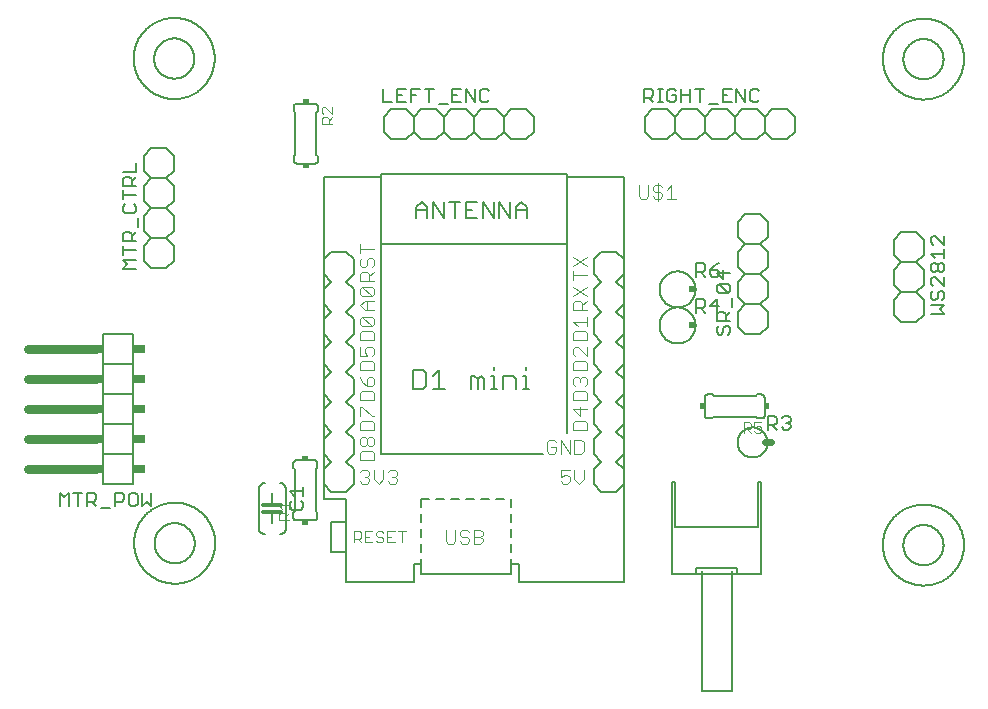
<source format=gbr>
G04 EAGLE Gerber X2 export*
%TF.Part,Single*%
%TF.FileFunction,Legend,Top,1*%
%TF.FilePolarity,Positive*%
%TF.GenerationSoftware,Autodesk,EAGLE,9.1.0*%
%TF.CreationDate,2020-08-16T13:30:31Z*%
G75*
%MOMM*%
%FSLAX34Y34*%
%LPD*%
%AMOC8*
5,1,8,0,0,1.08239X$1,22.5*%
G01*
%ADD10C,0.609600*%
%ADD11C,0.152400*%
%ADD12C,0.127000*%
%ADD13C,0.101600*%
%ADD14R,0.508000X0.381000*%
%ADD15C,0.304800*%
%ADD16C,0.203200*%
%ADD17C,0.076200*%
%ADD18C,0.762000*%
%ADD19R,0.508000X0.762000*%
%ADD20R,1.016000X0.762000*%
%ADD21R,0.381000X0.508000*%
%ADD22R,0.584200X0.609600*%


D10*
X538480Y124460D02*
X543560Y124460D01*
D11*
X515620Y124460D02*
X515624Y124772D01*
X515635Y125083D01*
X515654Y125394D01*
X515681Y125705D01*
X515716Y126015D01*
X515757Y126323D01*
X515807Y126631D01*
X515864Y126938D01*
X515929Y127243D01*
X516001Y127546D01*
X516080Y127847D01*
X516167Y128147D01*
X516261Y128444D01*
X516362Y128739D01*
X516471Y129031D01*
X516587Y129320D01*
X516710Y129607D01*
X516839Y129890D01*
X516976Y130170D01*
X517120Y130447D01*
X517270Y130720D01*
X517427Y130989D01*
X517590Y131254D01*
X517760Y131516D01*
X517937Y131773D01*
X518119Y132025D01*
X518308Y132273D01*
X518503Y132517D01*
X518703Y132755D01*
X518910Y132989D01*
X519122Y133217D01*
X519340Y133440D01*
X519563Y133658D01*
X519791Y133870D01*
X520025Y134077D01*
X520263Y134277D01*
X520507Y134472D01*
X520755Y134661D01*
X521007Y134843D01*
X521264Y135020D01*
X521526Y135190D01*
X521791Y135353D01*
X522060Y135510D01*
X522333Y135660D01*
X522610Y135804D01*
X522890Y135941D01*
X523173Y136070D01*
X523460Y136193D01*
X523749Y136309D01*
X524041Y136418D01*
X524336Y136519D01*
X524633Y136613D01*
X524933Y136700D01*
X525234Y136779D01*
X525537Y136851D01*
X525842Y136916D01*
X526149Y136973D01*
X526457Y137023D01*
X526765Y137064D01*
X527075Y137099D01*
X527386Y137126D01*
X527697Y137145D01*
X528008Y137156D01*
X528320Y137160D01*
X528632Y137156D01*
X528943Y137145D01*
X529254Y137126D01*
X529565Y137099D01*
X529875Y137064D01*
X530183Y137023D01*
X530491Y136973D01*
X530798Y136916D01*
X531103Y136851D01*
X531406Y136779D01*
X531707Y136700D01*
X532007Y136613D01*
X532304Y136519D01*
X532599Y136418D01*
X532891Y136309D01*
X533180Y136193D01*
X533467Y136070D01*
X533750Y135941D01*
X534030Y135804D01*
X534307Y135660D01*
X534580Y135510D01*
X534849Y135353D01*
X535114Y135190D01*
X535376Y135020D01*
X535633Y134843D01*
X535885Y134661D01*
X536133Y134472D01*
X536377Y134277D01*
X536615Y134077D01*
X536849Y133870D01*
X537077Y133658D01*
X537300Y133440D01*
X537518Y133217D01*
X537730Y132989D01*
X537937Y132755D01*
X538137Y132517D01*
X538332Y132273D01*
X538521Y132025D01*
X538703Y131773D01*
X538880Y131516D01*
X539050Y131254D01*
X539213Y130989D01*
X539370Y130720D01*
X539520Y130447D01*
X539664Y130170D01*
X539801Y129890D01*
X539930Y129607D01*
X540053Y129320D01*
X540169Y129031D01*
X540278Y128739D01*
X540379Y128444D01*
X540473Y128147D01*
X540560Y127847D01*
X540639Y127546D01*
X540711Y127243D01*
X540776Y126938D01*
X540833Y126631D01*
X540883Y126323D01*
X540924Y126015D01*
X540959Y125705D01*
X540986Y125394D01*
X541005Y125083D01*
X541016Y124772D01*
X541020Y124460D01*
X541016Y124148D01*
X541005Y123837D01*
X540986Y123526D01*
X540959Y123215D01*
X540924Y122905D01*
X540883Y122597D01*
X540833Y122289D01*
X540776Y121982D01*
X540711Y121677D01*
X540639Y121374D01*
X540560Y121073D01*
X540473Y120773D01*
X540379Y120476D01*
X540278Y120181D01*
X540169Y119889D01*
X540053Y119600D01*
X539930Y119313D01*
X539801Y119030D01*
X539664Y118750D01*
X539520Y118473D01*
X539370Y118200D01*
X539213Y117931D01*
X539050Y117666D01*
X538880Y117404D01*
X538703Y117147D01*
X538521Y116895D01*
X538332Y116647D01*
X538137Y116403D01*
X537937Y116165D01*
X537730Y115931D01*
X537518Y115703D01*
X537300Y115480D01*
X537077Y115262D01*
X536849Y115050D01*
X536615Y114843D01*
X536377Y114643D01*
X536133Y114448D01*
X535885Y114259D01*
X535633Y114077D01*
X535376Y113900D01*
X535114Y113730D01*
X534849Y113567D01*
X534580Y113410D01*
X534307Y113260D01*
X534030Y113116D01*
X533750Y112979D01*
X533467Y112850D01*
X533180Y112727D01*
X532891Y112611D01*
X532599Y112502D01*
X532304Y112401D01*
X532007Y112307D01*
X531707Y112220D01*
X531406Y112141D01*
X531103Y112069D01*
X530798Y112004D01*
X530491Y111947D01*
X530183Y111897D01*
X529875Y111856D01*
X529565Y111821D01*
X529254Y111794D01*
X528943Y111775D01*
X528632Y111764D01*
X528320Y111760D01*
X528008Y111764D01*
X527697Y111775D01*
X527386Y111794D01*
X527075Y111821D01*
X526765Y111856D01*
X526457Y111897D01*
X526149Y111947D01*
X525842Y112004D01*
X525537Y112069D01*
X525234Y112141D01*
X524933Y112220D01*
X524633Y112307D01*
X524336Y112401D01*
X524041Y112502D01*
X523749Y112611D01*
X523460Y112727D01*
X523173Y112850D01*
X522890Y112979D01*
X522610Y113116D01*
X522333Y113260D01*
X522060Y113410D01*
X521791Y113567D01*
X521526Y113730D01*
X521264Y113900D01*
X521007Y114077D01*
X520755Y114259D01*
X520507Y114448D01*
X520263Y114643D01*
X520025Y114843D01*
X519791Y115050D01*
X519563Y115262D01*
X519340Y115480D01*
X519122Y115703D01*
X518910Y115931D01*
X518703Y116165D01*
X518503Y116403D01*
X518308Y116647D01*
X518119Y116895D01*
X517937Y117147D01*
X517760Y117404D01*
X517590Y117666D01*
X517427Y117931D01*
X517270Y118200D01*
X517120Y118473D01*
X516976Y118750D01*
X516839Y119030D01*
X516710Y119313D01*
X516587Y119600D01*
X516471Y119889D01*
X516362Y120181D01*
X516261Y120476D01*
X516167Y120773D01*
X516080Y121073D01*
X516001Y121374D01*
X515929Y121677D01*
X515864Y121982D01*
X515807Y122289D01*
X515757Y122597D01*
X515716Y122905D01*
X515681Y123215D01*
X515654Y123526D01*
X515635Y123837D01*
X515624Y124148D01*
X515620Y124460D01*
D12*
X541147Y135255D02*
X541147Y146695D01*
X546867Y146695D01*
X548774Y144788D01*
X548774Y140975D01*
X546867Y139068D01*
X541147Y139068D01*
X544960Y139068D02*
X548774Y135255D01*
X552841Y144788D02*
X554748Y146695D01*
X558561Y146695D01*
X560467Y144788D01*
X560467Y142882D01*
X558561Y140975D01*
X556654Y140975D01*
X558561Y140975D02*
X560467Y139068D01*
X560467Y137162D01*
X558561Y135255D01*
X554748Y135255D01*
X552841Y137162D01*
D11*
X142080Y58500D02*
X141980Y58502D01*
X141881Y58508D01*
X141781Y58518D01*
X141683Y58531D01*
X141584Y58549D01*
X141487Y58570D01*
X141391Y58595D01*
X141295Y58624D01*
X141201Y58657D01*
X141108Y58693D01*
X141017Y58733D01*
X140927Y58777D01*
X140839Y58824D01*
X140753Y58874D01*
X140669Y58928D01*
X140587Y58985D01*
X140508Y59045D01*
X140430Y59109D01*
X140356Y59175D01*
X140284Y59244D01*
X140215Y59316D01*
X140149Y59390D01*
X140085Y59468D01*
X140025Y59547D01*
X139968Y59629D01*
X139914Y59713D01*
X139864Y59799D01*
X139817Y59887D01*
X139773Y59977D01*
X139733Y60068D01*
X139697Y60161D01*
X139664Y60255D01*
X139635Y60351D01*
X139610Y60447D01*
X139589Y60544D01*
X139571Y60643D01*
X139558Y60741D01*
X139548Y60841D01*
X139542Y60940D01*
X139540Y61040D01*
X157320Y58500D02*
X157420Y58502D01*
X157519Y58508D01*
X157619Y58518D01*
X157717Y58531D01*
X157816Y58549D01*
X157913Y58570D01*
X158009Y58595D01*
X158105Y58624D01*
X158199Y58657D01*
X158292Y58693D01*
X158383Y58733D01*
X158473Y58777D01*
X158561Y58824D01*
X158647Y58874D01*
X158731Y58928D01*
X158813Y58985D01*
X158892Y59045D01*
X158970Y59109D01*
X159044Y59175D01*
X159116Y59244D01*
X159185Y59316D01*
X159251Y59390D01*
X159315Y59468D01*
X159375Y59547D01*
X159432Y59629D01*
X159486Y59713D01*
X159536Y59799D01*
X159583Y59887D01*
X159627Y59977D01*
X159667Y60068D01*
X159703Y60161D01*
X159736Y60255D01*
X159765Y60351D01*
X159790Y60447D01*
X159811Y60544D01*
X159829Y60643D01*
X159842Y60741D01*
X159852Y60841D01*
X159858Y60940D01*
X159860Y61040D01*
X159860Y106760D02*
X159858Y106860D01*
X159852Y106959D01*
X159842Y107059D01*
X159829Y107157D01*
X159811Y107256D01*
X159790Y107353D01*
X159765Y107449D01*
X159736Y107545D01*
X159703Y107639D01*
X159667Y107732D01*
X159627Y107823D01*
X159583Y107913D01*
X159536Y108001D01*
X159486Y108087D01*
X159432Y108171D01*
X159375Y108253D01*
X159315Y108332D01*
X159251Y108410D01*
X159185Y108484D01*
X159116Y108556D01*
X159044Y108625D01*
X158970Y108691D01*
X158892Y108755D01*
X158813Y108815D01*
X158731Y108872D01*
X158647Y108926D01*
X158561Y108976D01*
X158473Y109023D01*
X158383Y109067D01*
X158292Y109107D01*
X158199Y109143D01*
X158105Y109176D01*
X158009Y109205D01*
X157913Y109230D01*
X157816Y109251D01*
X157717Y109269D01*
X157619Y109282D01*
X157519Y109292D01*
X157420Y109298D01*
X157320Y109300D01*
X142080Y109300D02*
X141980Y109298D01*
X141881Y109292D01*
X141781Y109282D01*
X141683Y109269D01*
X141584Y109251D01*
X141487Y109230D01*
X141391Y109205D01*
X141295Y109176D01*
X141201Y109143D01*
X141108Y109107D01*
X141017Y109067D01*
X140927Y109023D01*
X140839Y108976D01*
X140753Y108926D01*
X140669Y108872D01*
X140587Y108815D01*
X140508Y108755D01*
X140430Y108691D01*
X140356Y108625D01*
X140284Y108556D01*
X140215Y108484D01*
X140149Y108410D01*
X140085Y108332D01*
X140025Y108253D01*
X139968Y108171D01*
X139914Y108087D01*
X139864Y108001D01*
X139817Y107913D01*
X139773Y107823D01*
X139733Y107732D01*
X139697Y107639D01*
X139664Y107545D01*
X139635Y107449D01*
X139610Y107353D01*
X139589Y107256D01*
X139571Y107157D01*
X139558Y107059D01*
X139548Y106959D01*
X139542Y106860D01*
X139540Y106760D01*
X142080Y58500D02*
X157320Y58500D01*
X139540Y61040D02*
X139540Y64850D01*
X140810Y66120D01*
X159860Y64850D02*
X159860Y61040D01*
X159860Y64850D02*
X158590Y66120D01*
X140810Y101680D02*
X139540Y102950D01*
X140810Y101680D02*
X140810Y66120D01*
X158590Y101680D02*
X159860Y102950D01*
X158590Y101680D02*
X158590Y66120D01*
X139540Y102950D02*
X139540Y106760D01*
X159860Y106760D02*
X159860Y102950D01*
X157320Y109300D02*
X142080Y109300D01*
D13*
X136238Y59008D02*
X127340Y59008D01*
X127340Y63457D01*
X128823Y64940D01*
X131789Y64940D01*
X133272Y63457D01*
X133272Y59008D01*
X133272Y61974D02*
X136238Y64940D01*
X130306Y68129D02*
X127340Y71095D01*
X136238Y71095D01*
X136238Y68129D02*
X136238Y74061D01*
D14*
X149700Y111205D03*
X149700Y56595D03*
D11*
X133190Y85090D02*
X133188Y85230D01*
X133182Y85370D01*
X133173Y85510D01*
X133159Y85649D01*
X133142Y85788D01*
X133121Y85926D01*
X133096Y86064D01*
X133067Y86201D01*
X133035Y86337D01*
X132998Y86472D01*
X132958Y86606D01*
X132915Y86739D01*
X132867Y86871D01*
X132817Y87002D01*
X132762Y87131D01*
X132704Y87258D01*
X132643Y87384D01*
X132578Y87508D01*
X132509Y87630D01*
X132438Y87750D01*
X132363Y87868D01*
X132285Y87985D01*
X132203Y88099D01*
X132119Y88210D01*
X132031Y88319D01*
X131941Y88426D01*
X131847Y88531D01*
X131751Y88632D01*
X131652Y88731D01*
X131551Y88827D01*
X131446Y88921D01*
X131339Y89011D01*
X131230Y89099D01*
X131119Y89183D01*
X131005Y89265D01*
X130888Y89343D01*
X130770Y89418D01*
X130650Y89489D01*
X130528Y89558D01*
X130404Y89623D01*
X130278Y89684D01*
X130151Y89742D01*
X130022Y89797D01*
X129891Y89847D01*
X129759Y89895D01*
X129626Y89938D01*
X129492Y89978D01*
X129357Y90015D01*
X129221Y90047D01*
X129084Y90076D01*
X128946Y90101D01*
X128808Y90122D01*
X128669Y90139D01*
X128530Y90153D01*
X128390Y90162D01*
X128250Y90168D01*
X128110Y90170D01*
X115410Y90170D02*
X115270Y90168D01*
X115130Y90162D01*
X114990Y90153D01*
X114851Y90139D01*
X114712Y90122D01*
X114574Y90101D01*
X114436Y90076D01*
X114299Y90047D01*
X114163Y90015D01*
X114028Y89978D01*
X113894Y89938D01*
X113761Y89895D01*
X113629Y89847D01*
X113498Y89797D01*
X113369Y89742D01*
X113242Y89684D01*
X113116Y89623D01*
X112992Y89558D01*
X112870Y89489D01*
X112750Y89418D01*
X112632Y89343D01*
X112515Y89265D01*
X112401Y89183D01*
X112290Y89099D01*
X112181Y89011D01*
X112074Y88921D01*
X111969Y88827D01*
X111868Y88731D01*
X111769Y88632D01*
X111673Y88531D01*
X111579Y88426D01*
X111489Y88319D01*
X111401Y88210D01*
X111317Y88099D01*
X111235Y87985D01*
X111157Y87868D01*
X111082Y87750D01*
X111011Y87630D01*
X110942Y87508D01*
X110877Y87384D01*
X110816Y87258D01*
X110758Y87131D01*
X110703Y87002D01*
X110653Y86871D01*
X110605Y86739D01*
X110562Y86606D01*
X110522Y86472D01*
X110485Y86337D01*
X110453Y86201D01*
X110424Y86064D01*
X110399Y85926D01*
X110378Y85788D01*
X110361Y85649D01*
X110347Y85510D01*
X110338Y85370D01*
X110332Y85230D01*
X110330Y85090D01*
X133190Y85090D02*
X133190Y52070D01*
X110330Y52070D02*
X110330Y85090D01*
X133190Y52070D02*
X133188Y51930D01*
X133182Y51790D01*
X133173Y51650D01*
X133159Y51511D01*
X133142Y51372D01*
X133121Y51234D01*
X133096Y51096D01*
X133067Y50959D01*
X133035Y50823D01*
X132998Y50688D01*
X132958Y50554D01*
X132915Y50421D01*
X132867Y50289D01*
X132817Y50158D01*
X132762Y50029D01*
X132704Y49902D01*
X132643Y49776D01*
X132578Y49652D01*
X132509Y49530D01*
X132438Y49410D01*
X132363Y49292D01*
X132285Y49175D01*
X132203Y49061D01*
X132119Y48950D01*
X132031Y48841D01*
X131941Y48734D01*
X131847Y48629D01*
X131751Y48528D01*
X131652Y48429D01*
X131551Y48333D01*
X131446Y48239D01*
X131339Y48149D01*
X131230Y48061D01*
X131119Y47977D01*
X131005Y47895D01*
X130888Y47817D01*
X130770Y47742D01*
X130650Y47671D01*
X130528Y47602D01*
X130404Y47537D01*
X130278Y47476D01*
X130151Y47418D01*
X130022Y47363D01*
X129891Y47313D01*
X129759Y47265D01*
X129626Y47222D01*
X129492Y47182D01*
X129357Y47145D01*
X129221Y47113D01*
X129084Y47084D01*
X128946Y47059D01*
X128808Y47038D01*
X128669Y47021D01*
X128530Y47007D01*
X128390Y46998D01*
X128250Y46992D01*
X128110Y46990D01*
X115410Y46990D02*
X115270Y46992D01*
X115130Y46998D01*
X114990Y47007D01*
X114851Y47021D01*
X114712Y47038D01*
X114574Y47059D01*
X114436Y47084D01*
X114299Y47113D01*
X114163Y47145D01*
X114028Y47182D01*
X113894Y47222D01*
X113761Y47265D01*
X113629Y47313D01*
X113498Y47363D01*
X113369Y47418D01*
X113242Y47476D01*
X113116Y47537D01*
X112992Y47602D01*
X112870Y47671D01*
X112750Y47742D01*
X112632Y47817D01*
X112515Y47895D01*
X112401Y47977D01*
X112290Y48061D01*
X112181Y48149D01*
X112074Y48239D01*
X111969Y48333D01*
X111868Y48429D01*
X111769Y48528D01*
X111673Y48629D01*
X111579Y48734D01*
X111489Y48841D01*
X111401Y48950D01*
X111317Y49061D01*
X111235Y49175D01*
X111157Y49292D01*
X111082Y49410D01*
X111011Y49530D01*
X110942Y49652D01*
X110877Y49776D01*
X110816Y49902D01*
X110758Y50029D01*
X110703Y50158D01*
X110653Y50289D01*
X110605Y50421D01*
X110562Y50554D01*
X110522Y50688D01*
X110485Y50823D01*
X110453Y50959D01*
X110424Y51096D01*
X110399Y51234D01*
X110378Y51372D01*
X110361Y51511D01*
X110347Y51650D01*
X110338Y51790D01*
X110332Y51930D01*
X110330Y52070D01*
D15*
X121760Y71628D02*
X129380Y71628D01*
X121760Y71628D02*
X114140Y71628D01*
X121760Y65278D02*
X129380Y65278D01*
X121760Y65278D02*
X114140Y65278D01*
D11*
X121760Y65278D02*
X121760Y55880D01*
X121760Y71628D02*
X121760Y81280D01*
D12*
X136355Y73137D02*
X138262Y75044D01*
X136355Y73137D02*
X136355Y69324D01*
X138262Y67417D01*
X145888Y67417D01*
X147795Y69324D01*
X147795Y73137D01*
X145888Y75044D01*
X140169Y79111D02*
X136355Y82924D01*
X147795Y82924D01*
X147795Y79111D02*
X147795Y86738D01*
D11*
X4370Y449500D02*
X4380Y450342D01*
X4411Y451183D01*
X4463Y452023D01*
X4535Y452861D01*
X4628Y453697D01*
X4741Y454531D01*
X4875Y455362D01*
X5029Y456190D01*
X5203Y457013D01*
X5398Y457832D01*
X5612Y458646D01*
X5847Y459454D01*
X6101Y460256D01*
X6374Y461052D01*
X6668Y461841D01*
X6980Y462622D01*
X7312Y463396D01*
X7662Y464161D01*
X8031Y464917D01*
X8419Y465664D01*
X8825Y466401D01*
X9248Y467129D01*
X9690Y467845D01*
X10149Y468551D01*
X10625Y469244D01*
X11118Y469927D01*
X11628Y470596D01*
X12153Y471253D01*
X12695Y471897D01*
X13253Y472528D01*
X13826Y473144D01*
X14413Y473747D01*
X15016Y474334D01*
X15632Y474907D01*
X16263Y475465D01*
X16907Y476007D01*
X17564Y476532D01*
X18233Y477042D01*
X18916Y477535D01*
X19609Y478011D01*
X20315Y478470D01*
X21031Y478912D01*
X21759Y479335D01*
X22496Y479741D01*
X23243Y480129D01*
X23999Y480498D01*
X24764Y480848D01*
X25538Y481180D01*
X26319Y481492D01*
X27108Y481786D01*
X27904Y482059D01*
X28706Y482313D01*
X29514Y482548D01*
X30328Y482762D01*
X31147Y482957D01*
X31970Y483131D01*
X32798Y483285D01*
X33629Y483419D01*
X34463Y483532D01*
X35299Y483625D01*
X36137Y483697D01*
X36977Y483749D01*
X37818Y483780D01*
X38660Y483790D01*
X39502Y483780D01*
X40343Y483749D01*
X41183Y483697D01*
X42021Y483625D01*
X42857Y483532D01*
X43691Y483419D01*
X44522Y483285D01*
X45350Y483131D01*
X46173Y482957D01*
X46992Y482762D01*
X47806Y482548D01*
X48614Y482313D01*
X49416Y482059D01*
X50212Y481786D01*
X51001Y481492D01*
X51782Y481180D01*
X52556Y480848D01*
X53321Y480498D01*
X54077Y480129D01*
X54824Y479741D01*
X55561Y479335D01*
X56289Y478912D01*
X57005Y478470D01*
X57711Y478011D01*
X58404Y477535D01*
X59087Y477042D01*
X59756Y476532D01*
X60413Y476007D01*
X61057Y475465D01*
X61688Y474907D01*
X62304Y474334D01*
X62907Y473747D01*
X63494Y473144D01*
X64067Y472528D01*
X64625Y471897D01*
X65167Y471253D01*
X65692Y470596D01*
X66202Y469927D01*
X66695Y469244D01*
X67171Y468551D01*
X67630Y467845D01*
X68072Y467129D01*
X68495Y466401D01*
X68901Y465664D01*
X69289Y464917D01*
X69658Y464161D01*
X70008Y463396D01*
X70340Y462622D01*
X70652Y461841D01*
X70946Y461052D01*
X71219Y460256D01*
X71473Y459454D01*
X71708Y458646D01*
X71922Y457832D01*
X72117Y457013D01*
X72291Y456190D01*
X72445Y455362D01*
X72579Y454531D01*
X72692Y453697D01*
X72785Y452861D01*
X72857Y452023D01*
X72909Y451183D01*
X72940Y450342D01*
X72950Y449500D01*
X72940Y448658D01*
X72909Y447817D01*
X72857Y446977D01*
X72785Y446139D01*
X72692Y445303D01*
X72579Y444469D01*
X72445Y443638D01*
X72291Y442810D01*
X72117Y441987D01*
X71922Y441168D01*
X71708Y440354D01*
X71473Y439546D01*
X71219Y438744D01*
X70946Y437948D01*
X70652Y437159D01*
X70340Y436378D01*
X70008Y435604D01*
X69658Y434839D01*
X69289Y434083D01*
X68901Y433336D01*
X68495Y432599D01*
X68072Y431871D01*
X67630Y431155D01*
X67171Y430449D01*
X66695Y429756D01*
X66202Y429073D01*
X65692Y428404D01*
X65167Y427747D01*
X64625Y427103D01*
X64067Y426472D01*
X63494Y425856D01*
X62907Y425253D01*
X62304Y424666D01*
X61688Y424093D01*
X61057Y423535D01*
X60413Y422993D01*
X59756Y422468D01*
X59087Y421958D01*
X58404Y421465D01*
X57711Y420989D01*
X57005Y420530D01*
X56289Y420088D01*
X55561Y419665D01*
X54824Y419259D01*
X54077Y418871D01*
X53321Y418502D01*
X52556Y418152D01*
X51782Y417820D01*
X51001Y417508D01*
X50212Y417214D01*
X49416Y416941D01*
X48614Y416687D01*
X47806Y416452D01*
X46992Y416238D01*
X46173Y416043D01*
X45350Y415869D01*
X44522Y415715D01*
X43691Y415581D01*
X42857Y415468D01*
X42021Y415375D01*
X41183Y415303D01*
X40343Y415251D01*
X39502Y415220D01*
X38660Y415210D01*
X37818Y415220D01*
X36977Y415251D01*
X36137Y415303D01*
X35299Y415375D01*
X34463Y415468D01*
X33629Y415581D01*
X32798Y415715D01*
X31970Y415869D01*
X31147Y416043D01*
X30328Y416238D01*
X29514Y416452D01*
X28706Y416687D01*
X27904Y416941D01*
X27108Y417214D01*
X26319Y417508D01*
X25538Y417820D01*
X24764Y418152D01*
X23999Y418502D01*
X23243Y418871D01*
X22496Y419259D01*
X21759Y419665D01*
X21031Y420088D01*
X20315Y420530D01*
X19609Y420989D01*
X18916Y421465D01*
X18233Y421958D01*
X17564Y422468D01*
X16907Y422993D01*
X16263Y423535D01*
X15632Y424093D01*
X15016Y424666D01*
X14413Y425253D01*
X13826Y425856D01*
X13253Y426472D01*
X12695Y427103D01*
X12153Y427747D01*
X11628Y428404D01*
X11118Y429073D01*
X10625Y429756D01*
X10149Y430449D01*
X9690Y431155D01*
X9248Y431871D01*
X8825Y432599D01*
X8419Y433336D01*
X8031Y434083D01*
X7662Y434839D01*
X7312Y435604D01*
X6980Y436378D01*
X6668Y437159D01*
X6374Y437948D01*
X6101Y438744D01*
X5847Y439546D01*
X5612Y440354D01*
X5398Y441168D01*
X5203Y441987D01*
X5029Y442810D01*
X4875Y443638D01*
X4741Y444469D01*
X4628Y445303D01*
X4535Y446139D01*
X4463Y446977D01*
X4411Y447817D01*
X4380Y448658D01*
X4370Y449500D01*
D16*
X21660Y449500D02*
X21665Y449917D01*
X21680Y450334D01*
X21706Y450751D01*
X21742Y451166D01*
X21788Y451581D01*
X21844Y451994D01*
X21910Y452406D01*
X21987Y452817D01*
X22073Y453225D01*
X22169Y453631D01*
X22276Y454034D01*
X22392Y454435D01*
X22518Y454833D01*
X22654Y455227D01*
X22799Y455618D01*
X22954Y456006D01*
X23118Y456389D01*
X23292Y456768D01*
X23475Y457143D01*
X23667Y457514D01*
X23869Y457879D01*
X24079Y458240D01*
X24297Y458595D01*
X24525Y458945D01*
X24761Y459289D01*
X25005Y459627D01*
X25258Y459959D01*
X25519Y460285D01*
X25787Y460604D01*
X26064Y460917D01*
X26348Y461222D01*
X26639Y461521D01*
X26938Y461812D01*
X27243Y462096D01*
X27556Y462373D01*
X27875Y462641D01*
X28201Y462902D01*
X28533Y463155D01*
X28871Y463399D01*
X29215Y463635D01*
X29565Y463863D01*
X29920Y464081D01*
X30281Y464291D01*
X30646Y464493D01*
X31017Y464685D01*
X31392Y464868D01*
X31771Y465042D01*
X32154Y465206D01*
X32542Y465361D01*
X32933Y465506D01*
X33327Y465642D01*
X33725Y465768D01*
X34126Y465884D01*
X34529Y465991D01*
X34935Y466087D01*
X35343Y466173D01*
X35754Y466250D01*
X36166Y466316D01*
X36579Y466372D01*
X36994Y466418D01*
X37409Y466454D01*
X37826Y466480D01*
X38243Y466495D01*
X38660Y466500D01*
X39077Y466495D01*
X39494Y466480D01*
X39911Y466454D01*
X40326Y466418D01*
X40741Y466372D01*
X41154Y466316D01*
X41566Y466250D01*
X41977Y466173D01*
X42385Y466087D01*
X42791Y465991D01*
X43194Y465884D01*
X43595Y465768D01*
X43993Y465642D01*
X44387Y465506D01*
X44778Y465361D01*
X45166Y465206D01*
X45549Y465042D01*
X45928Y464868D01*
X46303Y464685D01*
X46674Y464493D01*
X47039Y464291D01*
X47400Y464081D01*
X47755Y463863D01*
X48105Y463635D01*
X48449Y463399D01*
X48787Y463155D01*
X49119Y462902D01*
X49445Y462641D01*
X49764Y462373D01*
X50077Y462096D01*
X50382Y461812D01*
X50681Y461521D01*
X50972Y461222D01*
X51256Y460917D01*
X51533Y460604D01*
X51801Y460285D01*
X52062Y459959D01*
X52315Y459627D01*
X52559Y459289D01*
X52795Y458945D01*
X53023Y458595D01*
X53241Y458240D01*
X53451Y457879D01*
X53653Y457514D01*
X53845Y457143D01*
X54028Y456768D01*
X54202Y456389D01*
X54366Y456006D01*
X54521Y455618D01*
X54666Y455227D01*
X54802Y454833D01*
X54928Y454435D01*
X55044Y454034D01*
X55151Y453631D01*
X55247Y453225D01*
X55333Y452817D01*
X55410Y452406D01*
X55476Y451994D01*
X55532Y451581D01*
X55578Y451166D01*
X55614Y450751D01*
X55640Y450334D01*
X55655Y449917D01*
X55660Y449500D01*
X55655Y449083D01*
X55640Y448666D01*
X55614Y448249D01*
X55578Y447834D01*
X55532Y447419D01*
X55476Y447006D01*
X55410Y446594D01*
X55333Y446183D01*
X55247Y445775D01*
X55151Y445369D01*
X55044Y444966D01*
X54928Y444565D01*
X54802Y444167D01*
X54666Y443773D01*
X54521Y443382D01*
X54366Y442994D01*
X54202Y442611D01*
X54028Y442232D01*
X53845Y441857D01*
X53653Y441486D01*
X53451Y441121D01*
X53241Y440760D01*
X53023Y440405D01*
X52795Y440055D01*
X52559Y439711D01*
X52315Y439373D01*
X52062Y439041D01*
X51801Y438715D01*
X51533Y438396D01*
X51256Y438083D01*
X50972Y437778D01*
X50681Y437479D01*
X50382Y437188D01*
X50077Y436904D01*
X49764Y436627D01*
X49445Y436359D01*
X49119Y436098D01*
X48787Y435845D01*
X48449Y435601D01*
X48105Y435365D01*
X47755Y435137D01*
X47400Y434919D01*
X47039Y434709D01*
X46674Y434507D01*
X46303Y434315D01*
X45928Y434132D01*
X45549Y433958D01*
X45166Y433794D01*
X44778Y433639D01*
X44387Y433494D01*
X43993Y433358D01*
X43595Y433232D01*
X43194Y433116D01*
X42791Y433009D01*
X42385Y432913D01*
X41977Y432827D01*
X41566Y432750D01*
X41154Y432684D01*
X40741Y432628D01*
X40326Y432582D01*
X39911Y432546D01*
X39494Y432520D01*
X39077Y432505D01*
X38660Y432500D01*
X38243Y432505D01*
X37826Y432520D01*
X37409Y432546D01*
X36994Y432582D01*
X36579Y432628D01*
X36166Y432684D01*
X35754Y432750D01*
X35343Y432827D01*
X34935Y432913D01*
X34529Y433009D01*
X34126Y433116D01*
X33725Y433232D01*
X33327Y433358D01*
X32933Y433494D01*
X32542Y433639D01*
X32154Y433794D01*
X31771Y433958D01*
X31392Y434132D01*
X31017Y434315D01*
X30646Y434507D01*
X30281Y434709D01*
X29920Y434919D01*
X29565Y435137D01*
X29215Y435365D01*
X28871Y435601D01*
X28533Y435845D01*
X28201Y436098D01*
X27875Y436359D01*
X27556Y436627D01*
X27243Y436904D01*
X26938Y437188D01*
X26639Y437479D01*
X26348Y437778D01*
X26064Y438083D01*
X25787Y438396D01*
X25519Y438715D01*
X25258Y439041D01*
X25005Y439373D01*
X24761Y439711D01*
X24525Y440055D01*
X24297Y440405D01*
X24079Y440760D01*
X23869Y441121D01*
X23667Y441486D01*
X23475Y441857D01*
X23292Y442232D01*
X23118Y442611D01*
X22954Y442994D01*
X22799Y443382D01*
X22654Y443773D01*
X22518Y444167D01*
X22392Y444565D01*
X22276Y444966D01*
X22169Y445369D01*
X22073Y445775D01*
X21987Y446183D01*
X21910Y446594D01*
X21844Y447006D01*
X21788Y447419D01*
X21742Y447834D01*
X21706Y448249D01*
X21680Y448666D01*
X21665Y449083D01*
X21660Y449500D01*
D13*
X432308Y342402D02*
X432308Y332657D01*
X434257Y330708D01*
X438155Y330708D01*
X440104Y332657D01*
X440104Y342402D01*
X444002Y332657D02*
X445951Y330708D01*
X449849Y330708D01*
X451798Y332657D01*
X451798Y334606D01*
X449849Y336555D01*
X445951Y336555D01*
X444002Y338504D01*
X444002Y340453D01*
X445951Y342402D01*
X449849Y342402D01*
X451798Y340453D01*
X447900Y344351D02*
X447900Y328759D01*
X455696Y338504D02*
X459594Y342402D01*
X459594Y330708D01*
X455696Y330708D02*
X463492Y330708D01*
D12*
X190500Y203200D02*
X184150Y209550D01*
X190500Y203200D02*
X190500Y190500D01*
X184150Y184150D01*
X190500Y177800D01*
X190500Y165100D01*
X184150Y158750D01*
X190500Y152400D01*
X190500Y139700D01*
X184150Y133350D01*
X190500Y127000D01*
X190500Y114300D01*
X184150Y107950D01*
X165100Y203200D02*
X171450Y209550D01*
X165100Y190500D02*
X171450Y184150D01*
X165100Y177800D01*
X165100Y165100D02*
X171450Y158750D01*
X165100Y152400D01*
X165100Y139700D02*
X171450Y133350D01*
X165100Y127000D01*
X165100Y114300D02*
X171450Y107950D01*
X165100Y349250D02*
X213360Y349250D01*
X370840Y349250D02*
X419100Y349250D01*
X419100Y279400D01*
X419100Y266700D01*
X419100Y254000D01*
X419100Y241300D01*
X419100Y228600D01*
X419100Y215900D01*
X419100Y6350D01*
X165100Y215900D02*
X165100Y228600D01*
X165100Y241300D01*
X165100Y254000D01*
X165100Y266700D01*
X165100Y279400D01*
X165100Y349250D01*
X171450Y107950D02*
X165100Y101600D01*
X165100Y88900D02*
X171450Y82550D01*
X184150Y82550D01*
X190500Y88900D01*
X190500Y101600D01*
X184150Y107950D01*
D13*
X196088Y99153D02*
X198037Y101102D01*
X201935Y101102D01*
X203884Y99153D01*
X203884Y97204D01*
X201935Y95255D01*
X199986Y95255D01*
X201935Y95255D02*
X203884Y93306D01*
X203884Y91357D01*
X201935Y89408D01*
X198037Y89408D01*
X196088Y91357D01*
X207782Y93306D02*
X207782Y101102D01*
X207782Y93306D02*
X211680Y89408D01*
X215578Y93306D01*
X215578Y101102D01*
X219476Y99153D02*
X221425Y101102D01*
X225323Y101102D01*
X227272Y99153D01*
X227272Y97204D01*
X225323Y95255D01*
X223374Y95255D01*
X225323Y95255D02*
X227272Y93306D01*
X227272Y91357D01*
X225323Y89408D01*
X221425Y89408D01*
X219476Y91357D01*
X207772Y261097D02*
X196078Y261097D01*
X196078Y266944D01*
X198027Y268893D01*
X201925Y268893D01*
X203874Y266944D01*
X203874Y261097D01*
X203874Y264995D02*
X207772Y268893D01*
X198027Y280587D02*
X196078Y278638D01*
X196078Y274740D01*
X198027Y272791D01*
X199976Y272791D01*
X201925Y274740D01*
X201925Y278638D01*
X203874Y280587D01*
X205823Y280587D01*
X207772Y278638D01*
X207772Y274740D01*
X205823Y272791D01*
X207772Y288383D02*
X196078Y288383D01*
X196078Y284485D02*
X196078Y292281D01*
D12*
X412750Y209550D02*
X419100Y203200D01*
X419100Y190500D02*
X412750Y184150D01*
X419100Y177800D01*
X419100Y165100D02*
X412750Y158750D01*
X419100Y152400D01*
X419100Y139700D02*
X412750Y133350D01*
X419100Y127000D01*
X419100Y114300D02*
X412750Y107950D01*
X393700Y203200D02*
X400050Y209550D01*
X393700Y190500D02*
X400050Y184150D01*
X393700Y177800D01*
X393700Y165100D02*
X400050Y158750D01*
X393700Y152400D01*
X393700Y139700D02*
X400050Y133350D01*
X393700Y127000D01*
X393700Y114300D02*
X400050Y107950D01*
X393700Y101600D01*
X393700Y88900D02*
X400050Y82550D01*
X412750Y82550D01*
X419100Y88900D01*
X419100Y101600D02*
X412750Y107950D01*
D13*
X373536Y101102D02*
X365740Y101102D01*
X365740Y95255D01*
X369638Y97204D01*
X371587Y97204D01*
X373536Y95255D01*
X373536Y91357D01*
X371587Y89408D01*
X367689Y89408D01*
X365740Y91357D01*
X377434Y93306D02*
X377434Y101102D01*
X377434Y93306D02*
X381332Y89408D01*
X385230Y93306D01*
X385230Y101102D01*
D12*
X171450Y209550D02*
X165100Y215900D01*
X165100Y228600D02*
X171450Y234950D01*
X165100Y241300D01*
X165100Y254000D02*
X171450Y260350D01*
X165100Y266700D01*
X165100Y279400D02*
X171450Y285750D01*
X184150Y285750D01*
X190500Y279400D01*
X190500Y266700D01*
X184150Y260350D01*
X190500Y254000D01*
X190500Y241300D01*
X184150Y234950D01*
X190500Y228600D01*
X190500Y215900D01*
X184150Y209550D01*
X393700Y101600D02*
X393700Y88900D01*
X393700Y114300D02*
X393700Y127000D01*
X393700Y139700D02*
X393700Y152400D01*
X393700Y165100D02*
X393700Y177800D01*
X393700Y190500D02*
X393700Y203200D01*
X400050Y209550D02*
X393700Y215900D01*
X393700Y228600D01*
X400050Y234950D01*
X393700Y241300D01*
X393700Y254000D01*
X400050Y260350D01*
X393700Y266700D01*
X393700Y279400D01*
X400050Y285750D01*
X412750Y285750D01*
X419100Y279400D01*
X419100Y266700D02*
X412750Y260350D01*
X419100Y254000D01*
X419100Y241300D02*
X412750Y234950D01*
X419100Y228600D01*
X419100Y215900D02*
X412750Y209550D01*
X165100Y215900D02*
X165100Y76200D01*
X184150Y76200D01*
X184150Y57150D01*
X184150Y31750D01*
X184150Y6350D01*
X184150Y57150D02*
X171450Y57150D01*
X171450Y31750D01*
X184150Y31750D01*
X184150Y6350D02*
X241300Y6350D01*
X241300Y21590D01*
X330200Y21590D02*
X330200Y6350D01*
X419100Y6350D01*
X323850Y12700D02*
X247650Y12700D01*
X323850Y12700D02*
X323850Y21590D01*
X247650Y21590D02*
X247650Y12700D01*
X247650Y21590D02*
X241300Y21590D01*
X323850Y21590D02*
X330200Y21590D01*
D13*
X268717Y40557D02*
X268717Y50302D01*
X268717Y40557D02*
X270666Y38608D01*
X274564Y38608D01*
X276513Y40557D01*
X276513Y50302D01*
X286258Y50302D02*
X288207Y48353D01*
X286258Y50302D02*
X282360Y50302D01*
X280411Y48353D01*
X280411Y46404D01*
X282360Y44455D01*
X286258Y44455D01*
X288207Y42506D01*
X288207Y40557D01*
X286258Y38608D01*
X282360Y38608D01*
X280411Y40557D01*
X292105Y38608D02*
X292105Y50302D01*
X297952Y50302D01*
X299901Y48353D01*
X299901Y46404D01*
X297952Y44455D01*
X299901Y42506D01*
X299901Y40557D01*
X297952Y38608D01*
X292105Y38608D01*
X292105Y44455D02*
X297952Y44455D01*
D17*
X190881Y39751D02*
X190881Y49157D01*
X195584Y49157D01*
X197152Y47589D01*
X197152Y44454D01*
X195584Y42886D01*
X190881Y42886D01*
X194016Y42886D02*
X197152Y39751D01*
X200236Y49157D02*
X206507Y49157D01*
X200236Y49157D02*
X200236Y39751D01*
X206507Y39751D01*
X203372Y44454D02*
X200236Y44454D01*
X214294Y49157D02*
X215862Y47589D01*
X214294Y49157D02*
X211159Y49157D01*
X209591Y47589D01*
X209591Y46022D01*
X211159Y44454D01*
X214294Y44454D01*
X215862Y42886D01*
X215862Y41319D01*
X214294Y39751D01*
X211159Y39751D01*
X209591Y41319D01*
X218947Y49157D02*
X225217Y49157D01*
X218947Y49157D02*
X218947Y39751D01*
X225217Y39751D01*
X222082Y44454D02*
X218947Y44454D01*
X231437Y39751D02*
X231437Y49157D01*
X228302Y49157D02*
X234572Y49157D01*
D11*
X241019Y169672D02*
X241019Y185942D01*
X241019Y169672D02*
X249154Y169672D01*
X251865Y172384D01*
X251865Y183230D01*
X249154Y185942D01*
X241019Y185942D01*
X257390Y180519D02*
X262813Y185942D01*
X262813Y169672D01*
X257390Y169672D02*
X268237Y169672D01*
X290133Y169672D02*
X290133Y180519D01*
X292845Y180519D01*
X295557Y177807D01*
X295557Y169672D01*
X295557Y177807D02*
X298268Y180519D01*
X300980Y177807D01*
X300980Y169672D01*
X306505Y180519D02*
X309217Y180519D01*
X309217Y169672D01*
X311928Y169672D02*
X306505Y169672D01*
X309217Y185942D02*
X309217Y188654D01*
X317419Y180519D02*
X317419Y169672D01*
X317419Y180519D02*
X325554Y180519D01*
X328266Y177807D01*
X328266Y169672D01*
X333791Y180519D02*
X336502Y180519D01*
X336502Y169672D01*
X333791Y169672D02*
X339214Y169672D01*
X336502Y185942D02*
X336502Y188654D01*
D12*
X247650Y76200D02*
X247650Y69850D01*
X247650Y63500D02*
X247650Y57150D01*
X247650Y50800D02*
X247650Y44450D01*
X247650Y38100D02*
X247650Y31750D01*
X247650Y25400D02*
X247650Y21590D01*
X247650Y76200D02*
X254000Y76200D01*
X260350Y76200D02*
X266700Y76200D01*
X273050Y76200D02*
X279400Y76200D01*
X285750Y76200D02*
X292100Y76200D01*
X298450Y76200D02*
X304800Y76200D01*
X311150Y76200D02*
X317500Y76200D01*
X323850Y76200D02*
X323850Y69850D01*
X323850Y63500D02*
X323850Y57150D01*
X323850Y50800D02*
X323850Y44450D01*
X323850Y38100D02*
X323850Y31750D01*
X323850Y25400D02*
X323850Y21590D01*
X213360Y292100D02*
X213360Y349250D01*
X370840Y349250D02*
X370840Y292100D01*
X370840Y351790D02*
X213360Y351790D01*
X370840Y351790D02*
X370840Y349250D01*
X213360Y349250D02*
X213360Y351790D01*
X213360Y292100D02*
X370840Y292100D01*
X243620Y314325D02*
X243620Y323646D01*
X248281Y328307D01*
X252942Y323646D01*
X252942Y314325D01*
X252942Y321316D02*
X243620Y321316D01*
X257653Y314325D02*
X257653Y328307D01*
X266974Y314325D01*
X266974Y328307D01*
X276346Y328307D02*
X276346Y314325D01*
X271686Y328307D02*
X281007Y328307D01*
X285719Y328307D02*
X295040Y328307D01*
X285719Y328307D02*
X285719Y314325D01*
X295040Y314325D01*
X290379Y321316D02*
X285719Y321316D01*
X299751Y314325D02*
X299751Y328307D01*
X309073Y314325D01*
X309073Y328307D01*
X313784Y328307D02*
X313784Y314325D01*
X323105Y314325D02*
X313784Y328307D01*
X323105Y328307D02*
X323105Y314325D01*
X327817Y314325D02*
X327817Y323646D01*
X332478Y328307D01*
X337138Y323646D01*
X337138Y314325D01*
X337138Y321316D02*
X327817Y321316D01*
D13*
X207772Y236464D02*
X199976Y236464D01*
X196078Y240362D01*
X199976Y244260D01*
X207772Y244260D01*
X201925Y244260D02*
X201925Y236464D01*
X205823Y248158D02*
X198027Y248158D01*
X196078Y250107D01*
X196078Y254005D01*
X198027Y255954D01*
X205823Y255954D01*
X207772Y254005D01*
X207772Y250107D01*
X205823Y248158D01*
X198027Y255954D01*
D12*
X213360Y292100D02*
X213360Y114300D01*
D13*
X207772Y211064D02*
X196078Y211064D01*
X207772Y211064D02*
X207772Y216911D01*
X205823Y218860D01*
X198027Y218860D01*
X196078Y216911D01*
X196078Y211064D01*
X198027Y222758D02*
X205823Y222758D01*
X198027Y222758D02*
X196078Y224707D01*
X196078Y228605D01*
X198027Y230554D01*
X205823Y230554D01*
X207772Y228605D01*
X207772Y224707D01*
X205823Y222758D01*
X198027Y230554D01*
X196078Y185664D02*
X207772Y185664D01*
X207772Y191511D01*
X205823Y193460D01*
X198027Y193460D01*
X196078Y191511D01*
X196078Y185664D01*
X196078Y197358D02*
X196078Y205154D01*
X196078Y197358D02*
X201925Y197358D01*
X199976Y201256D01*
X199976Y203205D01*
X201925Y205154D01*
X205823Y205154D01*
X207772Y203205D01*
X207772Y199307D01*
X205823Y197358D01*
X207772Y160264D02*
X196078Y160264D01*
X207772Y160264D02*
X207772Y166111D01*
X205823Y168060D01*
X198027Y168060D01*
X196078Y166111D01*
X196078Y160264D01*
X198027Y175856D02*
X196078Y179754D01*
X198027Y175856D02*
X201925Y171958D01*
X205823Y171958D01*
X207772Y173907D01*
X207772Y177805D01*
X205823Y179754D01*
X203874Y179754D01*
X201925Y177805D01*
X201925Y171958D01*
X196078Y134864D02*
X207772Y134864D01*
X207772Y140711D01*
X205823Y142660D01*
X198027Y142660D01*
X196078Y140711D01*
X196078Y134864D01*
X196078Y146558D02*
X196078Y154354D01*
X198027Y154354D01*
X205823Y146558D01*
X207772Y146558D01*
X207772Y109464D02*
X196078Y109464D01*
X207772Y109464D02*
X207772Y115311D01*
X205823Y117260D01*
X198027Y117260D01*
X196078Y115311D01*
X196078Y109464D01*
X198027Y121158D02*
X196078Y123107D01*
X196078Y127005D01*
X198027Y128954D01*
X199976Y128954D01*
X201925Y127005D01*
X203874Y128954D01*
X205823Y128954D01*
X207772Y127005D01*
X207772Y123107D01*
X205823Y121158D01*
X203874Y121158D01*
X201925Y123107D01*
X199976Y121158D01*
X198027Y121158D01*
X201925Y123107D02*
X201925Y127005D01*
X376418Y265762D02*
X388112Y265762D01*
X376418Y261864D02*
X376418Y269660D01*
X376418Y273558D02*
X388112Y281354D01*
X388112Y273558D02*
X376418Y281354D01*
X376418Y236464D02*
X388112Y236464D01*
X376418Y236464D02*
X376418Y242311D01*
X378367Y244260D01*
X382265Y244260D01*
X384214Y242311D01*
X384214Y236464D01*
X384214Y240362D02*
X388112Y244260D01*
X388112Y255954D02*
X376418Y248158D01*
X376418Y255954D02*
X388112Y248158D01*
D12*
X370840Y292100D02*
X370840Y132080D01*
D13*
X376418Y211064D02*
X388112Y211064D01*
X388112Y216911D01*
X386163Y218860D01*
X378367Y218860D01*
X376418Y216911D01*
X376418Y211064D01*
X380316Y222758D02*
X376418Y226656D01*
X388112Y226656D01*
X388112Y222758D02*
X388112Y230554D01*
X388112Y185664D02*
X376418Y185664D01*
X388112Y185664D02*
X388112Y191511D01*
X386163Y193460D01*
X378367Y193460D01*
X376418Y191511D01*
X376418Y185664D01*
X388112Y197358D02*
X388112Y205154D01*
X388112Y197358D02*
X380316Y205154D01*
X378367Y205154D01*
X376418Y203205D01*
X376418Y199307D01*
X378367Y197358D01*
X376418Y160264D02*
X388112Y160264D01*
X388112Y166111D01*
X386163Y168060D01*
X378367Y168060D01*
X376418Y166111D01*
X376418Y160264D01*
X378367Y171958D02*
X376418Y173907D01*
X376418Y177805D01*
X378367Y179754D01*
X380316Y179754D01*
X382265Y177805D01*
X382265Y175856D01*
X382265Y177805D02*
X384214Y179754D01*
X386163Y179754D01*
X388112Y177805D01*
X388112Y173907D01*
X386163Y171958D01*
X388112Y134864D02*
X376418Y134864D01*
X388112Y134864D02*
X388112Y140711D01*
X386163Y142660D01*
X378367Y142660D01*
X376418Y140711D01*
X376418Y134864D01*
X376418Y152405D02*
X388112Y152405D01*
X382265Y146558D02*
X376418Y152405D01*
X382265Y154354D02*
X382265Y146558D01*
D12*
X350520Y114300D02*
X213360Y114300D01*
D13*
X359893Y126502D02*
X361842Y124553D01*
X359893Y126502D02*
X355995Y126502D01*
X354046Y124553D01*
X354046Y116757D01*
X355995Y114808D01*
X359893Y114808D01*
X361842Y116757D01*
X361842Y120655D01*
X357944Y120655D01*
X365740Y114808D02*
X365740Y126502D01*
X373536Y114808D01*
X373536Y126502D01*
X377434Y126502D02*
X377434Y114808D01*
X383281Y114808D01*
X385230Y116757D01*
X385230Y124553D01*
X383281Y126502D01*
X377434Y126502D01*
D12*
X460340Y13140D02*
X480340Y13140D01*
X515340Y13140D01*
X535340Y13140D01*
X535340Y90640D01*
X460340Y90640D02*
X460340Y13140D01*
X480340Y13140D02*
X480340Y18140D01*
X515340Y18140D01*
X515340Y13140D01*
X462840Y90640D02*
X460340Y90640D01*
X462840Y90640D02*
X462840Y53140D01*
X532840Y90640D02*
X535340Y90640D01*
X532840Y90640D02*
X532840Y53140D01*
X462840Y53140D01*
X485140Y15240D02*
X485140Y-86360D01*
X510540Y-86360D01*
X510540Y15240D01*
D11*
X3810Y88980D02*
X3810Y114380D01*
X-21590Y114380D01*
X-21590Y88980D01*
X3810Y88980D01*
D18*
X-27940Y101680D02*
X-85090Y101680D01*
D11*
X3810Y114380D02*
X3810Y139780D01*
X-21590Y139780D01*
X-21590Y114380D01*
D18*
X-27940Y127080D02*
X-85090Y127080D01*
D11*
X3810Y139780D02*
X3810Y165180D01*
X-21590Y165180D01*
X-21590Y139780D01*
D18*
X-27940Y152480D02*
X-85090Y152480D01*
D11*
X3810Y165180D02*
X3810Y190580D01*
X-21590Y190580D01*
X-21590Y165180D01*
D18*
X-27940Y177880D02*
X-85090Y177880D01*
D11*
X3810Y190580D02*
X3810Y215980D01*
X-21590Y215980D01*
X-21590Y190580D01*
D18*
X-27940Y203280D02*
X-85090Y203280D01*
D12*
X-58363Y82005D02*
X-58363Y70565D01*
X-54550Y78192D02*
X-58363Y82005D01*
X-54550Y78192D02*
X-50736Y82005D01*
X-50736Y70565D01*
X-42856Y70565D02*
X-42856Y82005D01*
X-46669Y82005D02*
X-39042Y82005D01*
X-34975Y82005D02*
X-34975Y70565D01*
X-34975Y82005D02*
X-29255Y82005D01*
X-27349Y80098D01*
X-27349Y76285D01*
X-29255Y74378D01*
X-34975Y74378D01*
X-31162Y74378D02*
X-27349Y70565D01*
X-23281Y68658D02*
X-15655Y68658D01*
X-11587Y70565D02*
X-11587Y82005D01*
X-5867Y82005D01*
X-3961Y80098D01*
X-3961Y76285D01*
X-5867Y74378D01*
X-11587Y74378D01*
X2014Y82005D02*
X5827Y82005D01*
X2014Y82005D02*
X107Y80098D01*
X107Y72472D01*
X2014Y70565D01*
X5827Y70565D01*
X7733Y72472D01*
X7733Y80098D01*
X5827Y82005D01*
X11801Y82005D02*
X11801Y70565D01*
X15614Y74378D01*
X19427Y70565D01*
X19427Y82005D01*
D19*
X-24130Y101680D03*
X-24130Y127080D03*
X-24130Y152480D03*
X-24130Y177880D03*
X-24130Y203280D03*
D20*
X8890Y101680D03*
X8890Y127080D03*
X8890Y152480D03*
X8890Y177880D03*
X8890Y203280D03*
D11*
X19050Y322580D02*
X12700Y328930D01*
X12700Y341630D01*
X19050Y347980D01*
X31750Y347980D01*
X38100Y341630D01*
X38100Y328930D01*
X31750Y322580D01*
X12700Y290830D02*
X12700Y278130D01*
X12700Y290830D02*
X19050Y297180D01*
X31750Y297180D01*
X38100Y290830D01*
X19050Y297180D02*
X12700Y303530D01*
X12700Y316230D01*
X19050Y322580D01*
X31750Y322580D01*
X38100Y316230D01*
X38100Y303530D01*
X31750Y297180D01*
X31750Y271780D02*
X19050Y271780D01*
X12700Y278130D01*
X31750Y271780D02*
X38100Y278130D01*
X38100Y290830D01*
X12700Y354330D02*
X12700Y367030D01*
X19050Y373380D01*
X31750Y373380D01*
X38100Y367030D01*
X19050Y347980D02*
X12700Y354330D01*
X31750Y347980D02*
X38100Y354330D01*
X38100Y367030D01*
D12*
X6477Y271653D02*
X-4963Y271653D01*
X-1150Y275466D01*
X-4963Y279280D01*
X6477Y279280D01*
X6477Y287160D02*
X-4963Y287160D01*
X-4963Y283347D02*
X-4963Y290973D01*
X-4963Y295041D02*
X6477Y295041D01*
X-4963Y295041D02*
X-4963Y300761D01*
X-3056Y302667D01*
X757Y302667D01*
X2664Y300761D01*
X2664Y295041D01*
X2664Y298854D02*
X6477Y302667D01*
X8384Y306735D02*
X8384Y314361D01*
X-3056Y326055D02*
X-4963Y324149D01*
X-4963Y320336D01*
X-3056Y318429D01*
X4570Y318429D01*
X6477Y320336D01*
X6477Y324149D01*
X4570Y326055D01*
X6477Y333936D02*
X-4963Y333936D01*
X-4963Y330123D02*
X-4963Y337749D01*
X-4963Y341817D02*
X6477Y341817D01*
X-4963Y341817D02*
X-4963Y347537D01*
X-3056Y349443D01*
X757Y349443D01*
X2664Y347537D01*
X2664Y341817D01*
X2664Y345630D02*
X6477Y349443D01*
X6477Y353511D02*
X-4963Y353511D01*
X6477Y353511D02*
X6477Y361137D01*
D11*
X298450Y406400D02*
X311150Y406400D01*
X317500Y400050D01*
X317500Y387350D01*
X311150Y381000D01*
X273050Y406400D02*
X266700Y400050D01*
X273050Y406400D02*
X285750Y406400D01*
X292100Y400050D01*
X292100Y387350D01*
X285750Y381000D01*
X273050Y381000D01*
X266700Y387350D01*
X292100Y400050D02*
X298450Y406400D01*
X292100Y387350D02*
X298450Y381000D01*
X311150Y381000D01*
X234950Y406400D02*
X222250Y406400D01*
X234950Y406400D02*
X241300Y400050D01*
X241300Y387350D01*
X234950Y381000D01*
X241300Y400050D02*
X247650Y406400D01*
X260350Y406400D01*
X266700Y400050D01*
X266700Y387350D01*
X260350Y381000D01*
X247650Y381000D01*
X241300Y387350D01*
X215900Y387350D02*
X215900Y400050D01*
X222250Y406400D01*
X215900Y387350D02*
X222250Y381000D01*
X234950Y381000D01*
X323850Y406400D02*
X336550Y406400D01*
X342900Y400050D01*
X342900Y387350D01*
X336550Y381000D01*
X317500Y400050D02*
X323850Y406400D01*
X317500Y387350D02*
X323850Y381000D01*
X336550Y381000D01*
D12*
X215773Y412623D02*
X215773Y424063D01*
X215773Y412623D02*
X223400Y412623D01*
X227467Y424063D02*
X235093Y424063D01*
X227467Y424063D02*
X227467Y412623D01*
X235093Y412623D01*
X231280Y418343D02*
X227467Y418343D01*
X239161Y412623D02*
X239161Y424063D01*
X246787Y424063D01*
X242974Y418343D02*
X239161Y418343D01*
X254668Y412623D02*
X254668Y424063D01*
X250855Y424063D02*
X258481Y424063D01*
X262549Y410716D02*
X270175Y410716D01*
X274243Y424063D02*
X281869Y424063D01*
X274243Y424063D02*
X274243Y412623D01*
X281869Y412623D01*
X278056Y418343D02*
X274243Y418343D01*
X285937Y412623D02*
X285937Y424063D01*
X293563Y412623D01*
X293563Y424063D01*
X303351Y424063D02*
X305257Y422156D01*
X303351Y424063D02*
X299537Y424063D01*
X297631Y422156D01*
X297631Y414530D01*
X299537Y412623D01*
X303351Y412623D01*
X305257Y414530D01*
D11*
X519430Y406400D02*
X532130Y406400D01*
X538480Y400050D01*
X538480Y387350D01*
X532130Y381000D01*
X494030Y406400D02*
X487680Y400050D01*
X494030Y406400D02*
X506730Y406400D01*
X513080Y400050D01*
X513080Y387350D01*
X506730Y381000D01*
X494030Y381000D01*
X487680Y387350D01*
X513080Y400050D02*
X519430Y406400D01*
X513080Y387350D02*
X519430Y381000D01*
X532130Y381000D01*
X455930Y406400D02*
X443230Y406400D01*
X455930Y406400D02*
X462280Y400050D01*
X462280Y387350D01*
X455930Y381000D01*
X462280Y400050D02*
X468630Y406400D01*
X481330Y406400D01*
X487680Y400050D01*
X487680Y387350D01*
X481330Y381000D01*
X468630Y381000D01*
X462280Y387350D01*
X436880Y387350D02*
X436880Y400050D01*
X443230Y406400D01*
X436880Y387350D02*
X443230Y381000D01*
X455930Y381000D01*
X544830Y406400D02*
X557530Y406400D01*
X563880Y400050D01*
X563880Y387350D01*
X557530Y381000D01*
X538480Y400050D02*
X544830Y406400D01*
X538480Y387350D02*
X544830Y381000D01*
X557530Y381000D01*
D12*
X436753Y412623D02*
X436753Y424063D01*
X442473Y424063D01*
X444380Y422156D01*
X444380Y418343D01*
X442473Y416436D01*
X436753Y416436D01*
X440566Y416436D02*
X444380Y412623D01*
X448447Y412623D02*
X452260Y412623D01*
X450354Y412623D02*
X450354Y424063D01*
X452260Y424063D02*
X448447Y424063D01*
X461963Y424063D02*
X463869Y422156D01*
X461963Y424063D02*
X458150Y424063D01*
X456243Y422156D01*
X456243Y414530D01*
X458150Y412623D01*
X461963Y412623D01*
X463869Y414530D01*
X463869Y418343D01*
X460056Y418343D01*
X467937Y412623D02*
X467937Y424063D01*
X467937Y418343D02*
X475563Y418343D01*
X475563Y424063D02*
X475563Y412623D01*
X483444Y412623D02*
X483444Y424063D01*
X479631Y424063D02*
X487257Y424063D01*
X491325Y410716D02*
X498951Y410716D01*
X503019Y424063D02*
X510645Y424063D01*
X503019Y424063D02*
X503019Y412623D01*
X510645Y412623D01*
X506832Y418343D02*
X503019Y418343D01*
X514713Y412623D02*
X514713Y424063D01*
X522339Y412623D01*
X522339Y424063D01*
X532127Y424063D02*
X534033Y422156D01*
X532127Y424063D02*
X528313Y424063D01*
X526407Y422156D01*
X526407Y414530D01*
X528313Y412623D01*
X532127Y412623D01*
X534033Y414530D01*
D11*
X538480Y147320D02*
X538478Y147220D01*
X538472Y147121D01*
X538462Y147021D01*
X538449Y146923D01*
X538431Y146824D01*
X538410Y146727D01*
X538385Y146631D01*
X538356Y146535D01*
X538323Y146441D01*
X538287Y146348D01*
X538247Y146257D01*
X538203Y146167D01*
X538156Y146079D01*
X538106Y145993D01*
X538052Y145909D01*
X537995Y145827D01*
X537935Y145748D01*
X537871Y145670D01*
X537805Y145596D01*
X537736Y145524D01*
X537664Y145455D01*
X537590Y145389D01*
X537512Y145325D01*
X537433Y145265D01*
X537351Y145208D01*
X537267Y145154D01*
X537181Y145104D01*
X537093Y145057D01*
X537003Y145013D01*
X536912Y144973D01*
X536819Y144937D01*
X536725Y144904D01*
X536629Y144875D01*
X536533Y144850D01*
X536436Y144829D01*
X536337Y144811D01*
X536239Y144798D01*
X536139Y144788D01*
X536040Y144782D01*
X535940Y144780D01*
X538480Y162560D02*
X538478Y162660D01*
X538472Y162759D01*
X538462Y162859D01*
X538449Y162957D01*
X538431Y163056D01*
X538410Y163153D01*
X538385Y163249D01*
X538356Y163345D01*
X538323Y163439D01*
X538287Y163532D01*
X538247Y163623D01*
X538203Y163713D01*
X538156Y163801D01*
X538106Y163887D01*
X538052Y163971D01*
X537995Y164053D01*
X537935Y164132D01*
X537871Y164210D01*
X537805Y164284D01*
X537736Y164356D01*
X537664Y164425D01*
X537590Y164491D01*
X537512Y164555D01*
X537433Y164615D01*
X537351Y164672D01*
X537267Y164726D01*
X537181Y164776D01*
X537093Y164823D01*
X537003Y164867D01*
X536912Y164907D01*
X536819Y164943D01*
X536725Y164976D01*
X536629Y165005D01*
X536533Y165030D01*
X536436Y165051D01*
X536337Y165069D01*
X536239Y165082D01*
X536139Y165092D01*
X536040Y165098D01*
X535940Y165100D01*
X490220Y165100D02*
X490120Y165098D01*
X490021Y165092D01*
X489921Y165082D01*
X489823Y165069D01*
X489724Y165051D01*
X489627Y165030D01*
X489531Y165005D01*
X489435Y164976D01*
X489341Y164943D01*
X489248Y164907D01*
X489157Y164867D01*
X489067Y164823D01*
X488979Y164776D01*
X488893Y164726D01*
X488809Y164672D01*
X488727Y164615D01*
X488648Y164555D01*
X488570Y164491D01*
X488496Y164425D01*
X488424Y164356D01*
X488355Y164284D01*
X488289Y164210D01*
X488225Y164132D01*
X488165Y164053D01*
X488108Y163971D01*
X488054Y163887D01*
X488004Y163801D01*
X487957Y163713D01*
X487913Y163623D01*
X487873Y163532D01*
X487837Y163439D01*
X487804Y163345D01*
X487775Y163249D01*
X487750Y163153D01*
X487729Y163056D01*
X487711Y162957D01*
X487698Y162859D01*
X487688Y162759D01*
X487682Y162660D01*
X487680Y162560D01*
X487680Y147320D02*
X487682Y147220D01*
X487688Y147121D01*
X487698Y147021D01*
X487711Y146923D01*
X487729Y146824D01*
X487750Y146727D01*
X487775Y146631D01*
X487804Y146535D01*
X487837Y146441D01*
X487873Y146348D01*
X487913Y146257D01*
X487957Y146167D01*
X488004Y146079D01*
X488054Y145993D01*
X488108Y145909D01*
X488165Y145827D01*
X488225Y145748D01*
X488289Y145670D01*
X488355Y145596D01*
X488424Y145524D01*
X488496Y145455D01*
X488570Y145389D01*
X488648Y145325D01*
X488727Y145265D01*
X488809Y145208D01*
X488893Y145154D01*
X488979Y145104D01*
X489067Y145057D01*
X489157Y145013D01*
X489248Y144973D01*
X489341Y144937D01*
X489435Y144904D01*
X489531Y144875D01*
X489627Y144850D01*
X489724Y144829D01*
X489823Y144811D01*
X489921Y144798D01*
X490021Y144788D01*
X490120Y144782D01*
X490220Y144780D01*
X538480Y147320D02*
X538480Y162560D01*
X535940Y144780D02*
X532130Y144780D01*
X530860Y146050D01*
X532130Y165100D02*
X535940Y165100D01*
X532130Y165100D02*
X530860Y163830D01*
X495300Y146050D02*
X494030Y144780D01*
X495300Y146050D02*
X530860Y146050D01*
X495300Y163830D02*
X494030Y165100D01*
X495300Y163830D02*
X530860Y163830D01*
X494030Y144780D02*
X490220Y144780D01*
X490220Y165100D02*
X494030Y165100D01*
X487680Y162560D02*
X487680Y147320D01*
D13*
X520745Y141486D02*
X520745Y132588D01*
X520745Y141486D02*
X525194Y141486D01*
X526677Y140003D01*
X526677Y137037D01*
X525194Y135554D01*
X520745Y135554D01*
X523711Y135554D02*
X526677Y132588D01*
X529867Y141486D02*
X535798Y141486D01*
X529867Y141486D02*
X529867Y137037D01*
X532833Y138520D01*
X534315Y138520D01*
X535798Y137037D01*
X535798Y134071D01*
X534315Y132588D01*
X531350Y132588D01*
X529867Y134071D01*
D21*
X485775Y154940D03*
X540385Y154940D03*
D11*
X521970Y266700D02*
X515620Y273050D01*
X515620Y285750D01*
X521970Y292100D01*
X534670Y292100D01*
X541020Y285750D01*
X541020Y273050D01*
X534670Y266700D01*
X515620Y234950D02*
X515620Y222250D01*
X515620Y234950D02*
X521970Y241300D01*
X534670Y241300D01*
X541020Y234950D01*
X521970Y241300D02*
X515620Y247650D01*
X515620Y260350D01*
X521970Y266700D01*
X534670Y266700D01*
X541020Y260350D01*
X541020Y247650D01*
X534670Y241300D01*
X534670Y215900D02*
X521970Y215900D01*
X515620Y222250D01*
X534670Y215900D02*
X541020Y222250D01*
X541020Y234950D01*
X515620Y298450D02*
X515620Y311150D01*
X521970Y317500D01*
X534670Y317500D01*
X541020Y311150D01*
X521970Y292100D02*
X515620Y298450D01*
X534670Y292100D02*
X541020Y298450D01*
X541020Y311150D01*
D12*
X499864Y223400D02*
X497957Y221493D01*
X497957Y217680D01*
X499864Y215773D01*
X501771Y215773D01*
X503677Y217680D01*
X503677Y221493D01*
X505584Y223400D01*
X507490Y223400D01*
X509397Y221493D01*
X509397Y217680D01*
X507490Y215773D01*
X509397Y227467D02*
X497957Y227467D01*
X497957Y233187D01*
X499864Y235093D01*
X503677Y235093D01*
X505584Y233187D01*
X505584Y227467D01*
X505584Y231280D02*
X509397Y235093D01*
X511304Y239161D02*
X511304Y246787D01*
X507490Y250855D02*
X499864Y250855D01*
X497957Y252762D01*
X497957Y256575D01*
X499864Y258481D01*
X507490Y258481D01*
X509397Y256575D01*
X509397Y252762D01*
X507490Y250855D01*
X499864Y258481D01*
X497957Y268269D02*
X509397Y268269D01*
X503677Y262549D02*
X497957Y268269D01*
X503677Y270175D02*
X503677Y262549D01*
D11*
X4750Y39140D02*
X4760Y39982D01*
X4791Y40823D01*
X4843Y41663D01*
X4915Y42501D01*
X5008Y43337D01*
X5121Y44171D01*
X5255Y45002D01*
X5409Y45830D01*
X5583Y46653D01*
X5778Y47472D01*
X5992Y48286D01*
X6227Y49094D01*
X6481Y49896D01*
X6754Y50692D01*
X7048Y51481D01*
X7360Y52262D01*
X7692Y53036D01*
X8042Y53801D01*
X8411Y54557D01*
X8799Y55304D01*
X9205Y56041D01*
X9628Y56769D01*
X10070Y57485D01*
X10529Y58191D01*
X11005Y58884D01*
X11498Y59567D01*
X12008Y60236D01*
X12533Y60893D01*
X13075Y61537D01*
X13633Y62168D01*
X14206Y62784D01*
X14793Y63387D01*
X15396Y63974D01*
X16012Y64547D01*
X16643Y65105D01*
X17287Y65647D01*
X17944Y66172D01*
X18613Y66682D01*
X19296Y67175D01*
X19989Y67651D01*
X20695Y68110D01*
X21411Y68552D01*
X22139Y68975D01*
X22876Y69381D01*
X23623Y69769D01*
X24379Y70138D01*
X25144Y70488D01*
X25918Y70820D01*
X26699Y71132D01*
X27488Y71426D01*
X28284Y71699D01*
X29086Y71953D01*
X29894Y72188D01*
X30708Y72402D01*
X31527Y72597D01*
X32350Y72771D01*
X33178Y72925D01*
X34009Y73059D01*
X34843Y73172D01*
X35679Y73265D01*
X36517Y73337D01*
X37357Y73389D01*
X38198Y73420D01*
X39040Y73430D01*
X39882Y73420D01*
X40723Y73389D01*
X41563Y73337D01*
X42401Y73265D01*
X43237Y73172D01*
X44071Y73059D01*
X44902Y72925D01*
X45730Y72771D01*
X46553Y72597D01*
X47372Y72402D01*
X48186Y72188D01*
X48994Y71953D01*
X49796Y71699D01*
X50592Y71426D01*
X51381Y71132D01*
X52162Y70820D01*
X52936Y70488D01*
X53701Y70138D01*
X54457Y69769D01*
X55204Y69381D01*
X55941Y68975D01*
X56669Y68552D01*
X57385Y68110D01*
X58091Y67651D01*
X58784Y67175D01*
X59467Y66682D01*
X60136Y66172D01*
X60793Y65647D01*
X61437Y65105D01*
X62068Y64547D01*
X62684Y63974D01*
X63287Y63387D01*
X63874Y62784D01*
X64447Y62168D01*
X65005Y61537D01*
X65547Y60893D01*
X66072Y60236D01*
X66582Y59567D01*
X67075Y58884D01*
X67551Y58191D01*
X68010Y57485D01*
X68452Y56769D01*
X68875Y56041D01*
X69281Y55304D01*
X69669Y54557D01*
X70038Y53801D01*
X70388Y53036D01*
X70720Y52262D01*
X71032Y51481D01*
X71326Y50692D01*
X71599Y49896D01*
X71853Y49094D01*
X72088Y48286D01*
X72302Y47472D01*
X72497Y46653D01*
X72671Y45830D01*
X72825Y45002D01*
X72959Y44171D01*
X73072Y43337D01*
X73165Y42501D01*
X73237Y41663D01*
X73289Y40823D01*
X73320Y39982D01*
X73330Y39140D01*
X73320Y38298D01*
X73289Y37457D01*
X73237Y36617D01*
X73165Y35779D01*
X73072Y34943D01*
X72959Y34109D01*
X72825Y33278D01*
X72671Y32450D01*
X72497Y31627D01*
X72302Y30808D01*
X72088Y29994D01*
X71853Y29186D01*
X71599Y28384D01*
X71326Y27588D01*
X71032Y26799D01*
X70720Y26018D01*
X70388Y25244D01*
X70038Y24479D01*
X69669Y23723D01*
X69281Y22976D01*
X68875Y22239D01*
X68452Y21511D01*
X68010Y20795D01*
X67551Y20089D01*
X67075Y19396D01*
X66582Y18713D01*
X66072Y18044D01*
X65547Y17387D01*
X65005Y16743D01*
X64447Y16112D01*
X63874Y15496D01*
X63287Y14893D01*
X62684Y14306D01*
X62068Y13733D01*
X61437Y13175D01*
X60793Y12633D01*
X60136Y12108D01*
X59467Y11598D01*
X58784Y11105D01*
X58091Y10629D01*
X57385Y10170D01*
X56669Y9728D01*
X55941Y9305D01*
X55204Y8899D01*
X54457Y8511D01*
X53701Y8142D01*
X52936Y7792D01*
X52162Y7460D01*
X51381Y7148D01*
X50592Y6854D01*
X49796Y6581D01*
X48994Y6327D01*
X48186Y6092D01*
X47372Y5878D01*
X46553Y5683D01*
X45730Y5509D01*
X44902Y5355D01*
X44071Y5221D01*
X43237Y5108D01*
X42401Y5015D01*
X41563Y4943D01*
X40723Y4891D01*
X39882Y4860D01*
X39040Y4850D01*
X38198Y4860D01*
X37357Y4891D01*
X36517Y4943D01*
X35679Y5015D01*
X34843Y5108D01*
X34009Y5221D01*
X33178Y5355D01*
X32350Y5509D01*
X31527Y5683D01*
X30708Y5878D01*
X29894Y6092D01*
X29086Y6327D01*
X28284Y6581D01*
X27488Y6854D01*
X26699Y7148D01*
X25918Y7460D01*
X25144Y7792D01*
X24379Y8142D01*
X23623Y8511D01*
X22876Y8899D01*
X22139Y9305D01*
X21411Y9728D01*
X20695Y10170D01*
X19989Y10629D01*
X19296Y11105D01*
X18613Y11598D01*
X17944Y12108D01*
X17287Y12633D01*
X16643Y13175D01*
X16012Y13733D01*
X15396Y14306D01*
X14793Y14893D01*
X14206Y15496D01*
X13633Y16112D01*
X13075Y16743D01*
X12533Y17387D01*
X12008Y18044D01*
X11498Y18713D01*
X11005Y19396D01*
X10529Y20089D01*
X10070Y20795D01*
X9628Y21511D01*
X9205Y22239D01*
X8799Y22976D01*
X8411Y23723D01*
X8042Y24479D01*
X7692Y25244D01*
X7360Y26018D01*
X7048Y26799D01*
X6754Y27588D01*
X6481Y28384D01*
X6227Y29186D01*
X5992Y29994D01*
X5778Y30808D01*
X5583Y31627D01*
X5409Y32450D01*
X5255Y33278D01*
X5121Y34109D01*
X5008Y34943D01*
X4915Y35779D01*
X4843Y36617D01*
X4791Y37457D01*
X4760Y38298D01*
X4750Y39140D01*
D16*
X22040Y39140D02*
X22045Y39557D01*
X22060Y39974D01*
X22086Y40391D01*
X22122Y40806D01*
X22168Y41221D01*
X22224Y41634D01*
X22290Y42046D01*
X22367Y42457D01*
X22453Y42865D01*
X22549Y43271D01*
X22656Y43674D01*
X22772Y44075D01*
X22898Y44473D01*
X23034Y44867D01*
X23179Y45258D01*
X23334Y45646D01*
X23498Y46029D01*
X23672Y46408D01*
X23855Y46783D01*
X24047Y47154D01*
X24249Y47519D01*
X24459Y47880D01*
X24677Y48235D01*
X24905Y48585D01*
X25141Y48929D01*
X25385Y49267D01*
X25638Y49599D01*
X25899Y49925D01*
X26167Y50244D01*
X26444Y50557D01*
X26728Y50862D01*
X27019Y51161D01*
X27318Y51452D01*
X27623Y51736D01*
X27936Y52013D01*
X28255Y52281D01*
X28581Y52542D01*
X28913Y52795D01*
X29251Y53039D01*
X29595Y53275D01*
X29945Y53503D01*
X30300Y53721D01*
X30661Y53931D01*
X31026Y54133D01*
X31397Y54325D01*
X31772Y54508D01*
X32151Y54682D01*
X32534Y54846D01*
X32922Y55001D01*
X33313Y55146D01*
X33707Y55282D01*
X34105Y55408D01*
X34506Y55524D01*
X34909Y55631D01*
X35315Y55727D01*
X35723Y55813D01*
X36134Y55890D01*
X36546Y55956D01*
X36959Y56012D01*
X37374Y56058D01*
X37789Y56094D01*
X38206Y56120D01*
X38623Y56135D01*
X39040Y56140D01*
X39457Y56135D01*
X39874Y56120D01*
X40291Y56094D01*
X40706Y56058D01*
X41121Y56012D01*
X41534Y55956D01*
X41946Y55890D01*
X42357Y55813D01*
X42765Y55727D01*
X43171Y55631D01*
X43574Y55524D01*
X43975Y55408D01*
X44373Y55282D01*
X44767Y55146D01*
X45158Y55001D01*
X45546Y54846D01*
X45929Y54682D01*
X46308Y54508D01*
X46683Y54325D01*
X47054Y54133D01*
X47419Y53931D01*
X47780Y53721D01*
X48135Y53503D01*
X48485Y53275D01*
X48829Y53039D01*
X49167Y52795D01*
X49499Y52542D01*
X49825Y52281D01*
X50144Y52013D01*
X50457Y51736D01*
X50762Y51452D01*
X51061Y51161D01*
X51352Y50862D01*
X51636Y50557D01*
X51913Y50244D01*
X52181Y49925D01*
X52442Y49599D01*
X52695Y49267D01*
X52939Y48929D01*
X53175Y48585D01*
X53403Y48235D01*
X53621Y47880D01*
X53831Y47519D01*
X54033Y47154D01*
X54225Y46783D01*
X54408Y46408D01*
X54582Y46029D01*
X54746Y45646D01*
X54901Y45258D01*
X55046Y44867D01*
X55182Y44473D01*
X55308Y44075D01*
X55424Y43674D01*
X55531Y43271D01*
X55627Y42865D01*
X55713Y42457D01*
X55790Y42046D01*
X55856Y41634D01*
X55912Y41221D01*
X55958Y40806D01*
X55994Y40391D01*
X56020Y39974D01*
X56035Y39557D01*
X56040Y39140D01*
X56035Y38723D01*
X56020Y38306D01*
X55994Y37889D01*
X55958Y37474D01*
X55912Y37059D01*
X55856Y36646D01*
X55790Y36234D01*
X55713Y35823D01*
X55627Y35415D01*
X55531Y35009D01*
X55424Y34606D01*
X55308Y34205D01*
X55182Y33807D01*
X55046Y33413D01*
X54901Y33022D01*
X54746Y32634D01*
X54582Y32251D01*
X54408Y31872D01*
X54225Y31497D01*
X54033Y31126D01*
X53831Y30761D01*
X53621Y30400D01*
X53403Y30045D01*
X53175Y29695D01*
X52939Y29351D01*
X52695Y29013D01*
X52442Y28681D01*
X52181Y28355D01*
X51913Y28036D01*
X51636Y27723D01*
X51352Y27418D01*
X51061Y27119D01*
X50762Y26828D01*
X50457Y26544D01*
X50144Y26267D01*
X49825Y25999D01*
X49499Y25738D01*
X49167Y25485D01*
X48829Y25241D01*
X48485Y25005D01*
X48135Y24777D01*
X47780Y24559D01*
X47419Y24349D01*
X47054Y24147D01*
X46683Y23955D01*
X46308Y23772D01*
X45929Y23598D01*
X45546Y23434D01*
X45158Y23279D01*
X44767Y23134D01*
X44373Y22998D01*
X43975Y22872D01*
X43574Y22756D01*
X43171Y22649D01*
X42765Y22553D01*
X42357Y22467D01*
X41946Y22390D01*
X41534Y22324D01*
X41121Y22268D01*
X40706Y22222D01*
X40291Y22186D01*
X39874Y22160D01*
X39457Y22145D01*
X39040Y22140D01*
X38623Y22145D01*
X38206Y22160D01*
X37789Y22186D01*
X37374Y22222D01*
X36959Y22268D01*
X36546Y22324D01*
X36134Y22390D01*
X35723Y22467D01*
X35315Y22553D01*
X34909Y22649D01*
X34506Y22756D01*
X34105Y22872D01*
X33707Y22998D01*
X33313Y23134D01*
X32922Y23279D01*
X32534Y23434D01*
X32151Y23598D01*
X31772Y23772D01*
X31397Y23955D01*
X31026Y24147D01*
X30661Y24349D01*
X30300Y24559D01*
X29945Y24777D01*
X29595Y25005D01*
X29251Y25241D01*
X28913Y25485D01*
X28581Y25738D01*
X28255Y25999D01*
X27936Y26267D01*
X27623Y26544D01*
X27318Y26828D01*
X27019Y27119D01*
X26728Y27418D01*
X26444Y27723D01*
X26167Y28036D01*
X25899Y28355D01*
X25638Y28681D01*
X25385Y29013D01*
X25141Y29351D01*
X24905Y29695D01*
X24677Y30045D01*
X24459Y30400D01*
X24249Y30761D01*
X24047Y31126D01*
X23855Y31497D01*
X23672Y31872D01*
X23498Y32251D01*
X23334Y32634D01*
X23179Y33022D01*
X23034Y33413D01*
X22898Y33807D01*
X22772Y34205D01*
X22656Y34606D01*
X22549Y35009D01*
X22453Y35415D01*
X22367Y35823D01*
X22290Y36234D01*
X22224Y36646D01*
X22168Y37059D01*
X22122Y37474D01*
X22086Y37889D01*
X22060Y38306D01*
X22045Y38723D01*
X22040Y39140D01*
D11*
X160160Y408820D02*
X160158Y408920D01*
X160152Y409019D01*
X160142Y409119D01*
X160129Y409217D01*
X160111Y409316D01*
X160090Y409413D01*
X160065Y409509D01*
X160036Y409605D01*
X160003Y409699D01*
X159967Y409792D01*
X159927Y409883D01*
X159883Y409973D01*
X159836Y410061D01*
X159786Y410147D01*
X159732Y410231D01*
X159675Y410313D01*
X159615Y410392D01*
X159551Y410470D01*
X159485Y410544D01*
X159416Y410616D01*
X159344Y410685D01*
X159270Y410751D01*
X159192Y410815D01*
X159113Y410875D01*
X159031Y410932D01*
X158947Y410986D01*
X158861Y411036D01*
X158773Y411083D01*
X158683Y411127D01*
X158592Y411167D01*
X158499Y411203D01*
X158405Y411236D01*
X158309Y411265D01*
X158213Y411290D01*
X158116Y411311D01*
X158017Y411329D01*
X157919Y411342D01*
X157819Y411352D01*
X157720Y411358D01*
X157620Y411360D01*
X142380Y411360D02*
X142280Y411358D01*
X142181Y411352D01*
X142081Y411342D01*
X141983Y411329D01*
X141884Y411311D01*
X141787Y411290D01*
X141691Y411265D01*
X141595Y411236D01*
X141501Y411203D01*
X141408Y411167D01*
X141317Y411127D01*
X141227Y411083D01*
X141139Y411036D01*
X141053Y410986D01*
X140969Y410932D01*
X140887Y410875D01*
X140808Y410815D01*
X140730Y410751D01*
X140656Y410685D01*
X140584Y410616D01*
X140515Y410544D01*
X140449Y410470D01*
X140385Y410392D01*
X140325Y410313D01*
X140268Y410231D01*
X140214Y410147D01*
X140164Y410061D01*
X140117Y409973D01*
X140073Y409883D01*
X140033Y409792D01*
X139997Y409699D01*
X139964Y409605D01*
X139935Y409509D01*
X139910Y409413D01*
X139889Y409316D01*
X139871Y409217D01*
X139858Y409119D01*
X139848Y409019D01*
X139842Y408920D01*
X139840Y408820D01*
X139840Y363100D02*
X139842Y363000D01*
X139848Y362901D01*
X139858Y362801D01*
X139871Y362703D01*
X139889Y362604D01*
X139910Y362507D01*
X139935Y362411D01*
X139964Y362315D01*
X139997Y362221D01*
X140033Y362128D01*
X140073Y362037D01*
X140117Y361947D01*
X140164Y361859D01*
X140214Y361773D01*
X140268Y361689D01*
X140325Y361607D01*
X140385Y361528D01*
X140449Y361450D01*
X140515Y361376D01*
X140584Y361304D01*
X140656Y361235D01*
X140730Y361169D01*
X140808Y361105D01*
X140887Y361045D01*
X140969Y360988D01*
X141053Y360934D01*
X141139Y360884D01*
X141227Y360837D01*
X141317Y360793D01*
X141408Y360753D01*
X141501Y360717D01*
X141595Y360684D01*
X141691Y360655D01*
X141787Y360630D01*
X141884Y360609D01*
X141983Y360591D01*
X142081Y360578D01*
X142181Y360568D01*
X142280Y360562D01*
X142380Y360560D01*
X157620Y360560D02*
X157720Y360562D01*
X157819Y360568D01*
X157919Y360578D01*
X158017Y360591D01*
X158116Y360609D01*
X158213Y360630D01*
X158309Y360655D01*
X158405Y360684D01*
X158499Y360717D01*
X158592Y360753D01*
X158683Y360793D01*
X158773Y360837D01*
X158861Y360884D01*
X158947Y360934D01*
X159031Y360988D01*
X159113Y361045D01*
X159192Y361105D01*
X159270Y361169D01*
X159344Y361235D01*
X159416Y361304D01*
X159485Y361376D01*
X159551Y361450D01*
X159615Y361528D01*
X159675Y361607D01*
X159732Y361689D01*
X159786Y361773D01*
X159836Y361859D01*
X159883Y361947D01*
X159927Y362037D01*
X159967Y362128D01*
X160003Y362221D01*
X160036Y362315D01*
X160065Y362411D01*
X160090Y362507D01*
X160111Y362604D01*
X160129Y362703D01*
X160142Y362801D01*
X160152Y362901D01*
X160158Y363000D01*
X160160Y363100D01*
X157620Y411360D02*
X142380Y411360D01*
X160160Y408820D02*
X160160Y405010D01*
X158890Y403740D01*
X139840Y405010D02*
X139840Y408820D01*
X139840Y405010D02*
X141110Y403740D01*
X158890Y368180D02*
X160160Y366910D01*
X158890Y368180D02*
X158890Y403740D01*
X141110Y368180D02*
X139840Y366910D01*
X141110Y368180D02*
X141110Y403740D01*
X160160Y366910D02*
X160160Y363100D01*
X139840Y363100D02*
X139840Y366910D01*
X142380Y360560D02*
X157620Y360560D01*
D13*
X163454Y393625D02*
X172352Y393625D01*
X163454Y393625D02*
X163454Y398074D01*
X164937Y399557D01*
X167903Y399557D01*
X169386Y398074D01*
X169386Y393625D01*
X169386Y396591D02*
X172352Y399557D01*
X172352Y402747D02*
X172352Y408678D01*
X172352Y402747D02*
X166420Y408678D01*
X164937Y408678D01*
X163454Y407195D01*
X163454Y404230D01*
X164937Y402747D01*
D14*
X150000Y358655D03*
X150000Y413265D03*
D11*
X638730Y37540D02*
X638740Y38382D01*
X638771Y39223D01*
X638823Y40063D01*
X638895Y40901D01*
X638988Y41737D01*
X639101Y42571D01*
X639235Y43402D01*
X639389Y44230D01*
X639563Y45053D01*
X639758Y45872D01*
X639972Y46686D01*
X640207Y47494D01*
X640461Y48296D01*
X640734Y49092D01*
X641028Y49881D01*
X641340Y50662D01*
X641672Y51436D01*
X642022Y52201D01*
X642391Y52957D01*
X642779Y53704D01*
X643185Y54441D01*
X643608Y55169D01*
X644050Y55885D01*
X644509Y56591D01*
X644985Y57284D01*
X645478Y57967D01*
X645988Y58636D01*
X646513Y59293D01*
X647055Y59937D01*
X647613Y60568D01*
X648186Y61184D01*
X648773Y61787D01*
X649376Y62374D01*
X649992Y62947D01*
X650623Y63505D01*
X651267Y64047D01*
X651924Y64572D01*
X652593Y65082D01*
X653276Y65575D01*
X653969Y66051D01*
X654675Y66510D01*
X655391Y66952D01*
X656119Y67375D01*
X656856Y67781D01*
X657603Y68169D01*
X658359Y68538D01*
X659124Y68888D01*
X659898Y69220D01*
X660679Y69532D01*
X661468Y69826D01*
X662264Y70099D01*
X663066Y70353D01*
X663874Y70588D01*
X664688Y70802D01*
X665507Y70997D01*
X666330Y71171D01*
X667158Y71325D01*
X667989Y71459D01*
X668823Y71572D01*
X669659Y71665D01*
X670497Y71737D01*
X671337Y71789D01*
X672178Y71820D01*
X673020Y71830D01*
X673862Y71820D01*
X674703Y71789D01*
X675543Y71737D01*
X676381Y71665D01*
X677217Y71572D01*
X678051Y71459D01*
X678882Y71325D01*
X679710Y71171D01*
X680533Y70997D01*
X681352Y70802D01*
X682166Y70588D01*
X682974Y70353D01*
X683776Y70099D01*
X684572Y69826D01*
X685361Y69532D01*
X686142Y69220D01*
X686916Y68888D01*
X687681Y68538D01*
X688437Y68169D01*
X689184Y67781D01*
X689921Y67375D01*
X690649Y66952D01*
X691365Y66510D01*
X692071Y66051D01*
X692764Y65575D01*
X693447Y65082D01*
X694116Y64572D01*
X694773Y64047D01*
X695417Y63505D01*
X696048Y62947D01*
X696664Y62374D01*
X697267Y61787D01*
X697854Y61184D01*
X698427Y60568D01*
X698985Y59937D01*
X699527Y59293D01*
X700052Y58636D01*
X700562Y57967D01*
X701055Y57284D01*
X701531Y56591D01*
X701990Y55885D01*
X702432Y55169D01*
X702855Y54441D01*
X703261Y53704D01*
X703649Y52957D01*
X704018Y52201D01*
X704368Y51436D01*
X704700Y50662D01*
X705012Y49881D01*
X705306Y49092D01*
X705579Y48296D01*
X705833Y47494D01*
X706068Y46686D01*
X706282Y45872D01*
X706477Y45053D01*
X706651Y44230D01*
X706805Y43402D01*
X706939Y42571D01*
X707052Y41737D01*
X707145Y40901D01*
X707217Y40063D01*
X707269Y39223D01*
X707300Y38382D01*
X707310Y37540D01*
X707300Y36698D01*
X707269Y35857D01*
X707217Y35017D01*
X707145Y34179D01*
X707052Y33343D01*
X706939Y32509D01*
X706805Y31678D01*
X706651Y30850D01*
X706477Y30027D01*
X706282Y29208D01*
X706068Y28394D01*
X705833Y27586D01*
X705579Y26784D01*
X705306Y25988D01*
X705012Y25199D01*
X704700Y24418D01*
X704368Y23644D01*
X704018Y22879D01*
X703649Y22123D01*
X703261Y21376D01*
X702855Y20639D01*
X702432Y19911D01*
X701990Y19195D01*
X701531Y18489D01*
X701055Y17796D01*
X700562Y17113D01*
X700052Y16444D01*
X699527Y15787D01*
X698985Y15143D01*
X698427Y14512D01*
X697854Y13896D01*
X697267Y13293D01*
X696664Y12706D01*
X696048Y12133D01*
X695417Y11575D01*
X694773Y11033D01*
X694116Y10508D01*
X693447Y9998D01*
X692764Y9505D01*
X692071Y9029D01*
X691365Y8570D01*
X690649Y8128D01*
X689921Y7705D01*
X689184Y7299D01*
X688437Y6911D01*
X687681Y6542D01*
X686916Y6192D01*
X686142Y5860D01*
X685361Y5548D01*
X684572Y5254D01*
X683776Y4981D01*
X682974Y4727D01*
X682166Y4492D01*
X681352Y4278D01*
X680533Y4083D01*
X679710Y3909D01*
X678882Y3755D01*
X678051Y3621D01*
X677217Y3508D01*
X676381Y3415D01*
X675543Y3343D01*
X674703Y3291D01*
X673862Y3260D01*
X673020Y3250D01*
X672178Y3260D01*
X671337Y3291D01*
X670497Y3343D01*
X669659Y3415D01*
X668823Y3508D01*
X667989Y3621D01*
X667158Y3755D01*
X666330Y3909D01*
X665507Y4083D01*
X664688Y4278D01*
X663874Y4492D01*
X663066Y4727D01*
X662264Y4981D01*
X661468Y5254D01*
X660679Y5548D01*
X659898Y5860D01*
X659124Y6192D01*
X658359Y6542D01*
X657603Y6911D01*
X656856Y7299D01*
X656119Y7705D01*
X655391Y8128D01*
X654675Y8570D01*
X653969Y9029D01*
X653276Y9505D01*
X652593Y9998D01*
X651924Y10508D01*
X651267Y11033D01*
X650623Y11575D01*
X649992Y12133D01*
X649376Y12706D01*
X648773Y13293D01*
X648186Y13896D01*
X647613Y14512D01*
X647055Y15143D01*
X646513Y15787D01*
X645988Y16444D01*
X645478Y17113D01*
X644985Y17796D01*
X644509Y18489D01*
X644050Y19195D01*
X643608Y19911D01*
X643185Y20639D01*
X642779Y21376D01*
X642391Y22123D01*
X642022Y22879D01*
X641672Y23644D01*
X641340Y24418D01*
X641028Y25199D01*
X640734Y25988D01*
X640461Y26784D01*
X640207Y27586D01*
X639972Y28394D01*
X639758Y29208D01*
X639563Y30027D01*
X639389Y30850D01*
X639235Y31678D01*
X639101Y32509D01*
X638988Y33343D01*
X638895Y34179D01*
X638823Y35017D01*
X638771Y35857D01*
X638740Y36698D01*
X638730Y37540D01*
D16*
X656020Y37540D02*
X656025Y37957D01*
X656040Y38374D01*
X656066Y38791D01*
X656102Y39206D01*
X656148Y39621D01*
X656204Y40034D01*
X656270Y40446D01*
X656347Y40857D01*
X656433Y41265D01*
X656529Y41671D01*
X656636Y42074D01*
X656752Y42475D01*
X656878Y42873D01*
X657014Y43267D01*
X657159Y43658D01*
X657314Y44046D01*
X657478Y44429D01*
X657652Y44808D01*
X657835Y45183D01*
X658027Y45554D01*
X658229Y45919D01*
X658439Y46280D01*
X658657Y46635D01*
X658885Y46985D01*
X659121Y47329D01*
X659365Y47667D01*
X659618Y47999D01*
X659879Y48325D01*
X660147Y48644D01*
X660424Y48957D01*
X660708Y49262D01*
X660999Y49561D01*
X661298Y49852D01*
X661603Y50136D01*
X661916Y50413D01*
X662235Y50681D01*
X662561Y50942D01*
X662893Y51195D01*
X663231Y51439D01*
X663575Y51675D01*
X663925Y51903D01*
X664280Y52121D01*
X664641Y52331D01*
X665006Y52533D01*
X665377Y52725D01*
X665752Y52908D01*
X666131Y53082D01*
X666514Y53246D01*
X666902Y53401D01*
X667293Y53546D01*
X667687Y53682D01*
X668085Y53808D01*
X668486Y53924D01*
X668889Y54031D01*
X669295Y54127D01*
X669703Y54213D01*
X670114Y54290D01*
X670526Y54356D01*
X670939Y54412D01*
X671354Y54458D01*
X671769Y54494D01*
X672186Y54520D01*
X672603Y54535D01*
X673020Y54540D01*
X673437Y54535D01*
X673854Y54520D01*
X674271Y54494D01*
X674686Y54458D01*
X675101Y54412D01*
X675514Y54356D01*
X675926Y54290D01*
X676337Y54213D01*
X676745Y54127D01*
X677151Y54031D01*
X677554Y53924D01*
X677955Y53808D01*
X678353Y53682D01*
X678747Y53546D01*
X679138Y53401D01*
X679526Y53246D01*
X679909Y53082D01*
X680288Y52908D01*
X680663Y52725D01*
X681034Y52533D01*
X681399Y52331D01*
X681760Y52121D01*
X682115Y51903D01*
X682465Y51675D01*
X682809Y51439D01*
X683147Y51195D01*
X683479Y50942D01*
X683805Y50681D01*
X684124Y50413D01*
X684437Y50136D01*
X684742Y49852D01*
X685041Y49561D01*
X685332Y49262D01*
X685616Y48957D01*
X685893Y48644D01*
X686161Y48325D01*
X686422Y47999D01*
X686675Y47667D01*
X686919Y47329D01*
X687155Y46985D01*
X687383Y46635D01*
X687601Y46280D01*
X687811Y45919D01*
X688013Y45554D01*
X688205Y45183D01*
X688388Y44808D01*
X688562Y44429D01*
X688726Y44046D01*
X688881Y43658D01*
X689026Y43267D01*
X689162Y42873D01*
X689288Y42475D01*
X689404Y42074D01*
X689511Y41671D01*
X689607Y41265D01*
X689693Y40857D01*
X689770Y40446D01*
X689836Y40034D01*
X689892Y39621D01*
X689938Y39206D01*
X689974Y38791D01*
X690000Y38374D01*
X690015Y37957D01*
X690020Y37540D01*
X690015Y37123D01*
X690000Y36706D01*
X689974Y36289D01*
X689938Y35874D01*
X689892Y35459D01*
X689836Y35046D01*
X689770Y34634D01*
X689693Y34223D01*
X689607Y33815D01*
X689511Y33409D01*
X689404Y33006D01*
X689288Y32605D01*
X689162Y32207D01*
X689026Y31813D01*
X688881Y31422D01*
X688726Y31034D01*
X688562Y30651D01*
X688388Y30272D01*
X688205Y29897D01*
X688013Y29526D01*
X687811Y29161D01*
X687601Y28800D01*
X687383Y28445D01*
X687155Y28095D01*
X686919Y27751D01*
X686675Y27413D01*
X686422Y27081D01*
X686161Y26755D01*
X685893Y26436D01*
X685616Y26123D01*
X685332Y25818D01*
X685041Y25519D01*
X684742Y25228D01*
X684437Y24944D01*
X684124Y24667D01*
X683805Y24399D01*
X683479Y24138D01*
X683147Y23885D01*
X682809Y23641D01*
X682465Y23405D01*
X682115Y23177D01*
X681760Y22959D01*
X681399Y22749D01*
X681034Y22547D01*
X680663Y22355D01*
X680288Y22172D01*
X679909Y21998D01*
X679526Y21834D01*
X679138Y21679D01*
X678747Y21534D01*
X678353Y21398D01*
X677955Y21272D01*
X677554Y21156D01*
X677151Y21049D01*
X676745Y20953D01*
X676337Y20867D01*
X675926Y20790D01*
X675514Y20724D01*
X675101Y20668D01*
X674686Y20622D01*
X674271Y20586D01*
X673854Y20560D01*
X673437Y20545D01*
X673020Y20540D01*
X672603Y20545D01*
X672186Y20560D01*
X671769Y20586D01*
X671354Y20622D01*
X670939Y20668D01*
X670526Y20724D01*
X670114Y20790D01*
X669703Y20867D01*
X669295Y20953D01*
X668889Y21049D01*
X668486Y21156D01*
X668085Y21272D01*
X667687Y21398D01*
X667293Y21534D01*
X666902Y21679D01*
X666514Y21834D01*
X666131Y21998D01*
X665752Y22172D01*
X665377Y22355D01*
X665006Y22547D01*
X664641Y22749D01*
X664280Y22959D01*
X663925Y23177D01*
X663575Y23405D01*
X663231Y23641D01*
X662893Y23885D01*
X662561Y24138D01*
X662235Y24399D01*
X661916Y24667D01*
X661603Y24944D01*
X661298Y25228D01*
X660999Y25519D01*
X660708Y25818D01*
X660424Y26123D01*
X660147Y26436D01*
X659879Y26755D01*
X659618Y27081D01*
X659365Y27413D01*
X659121Y27751D01*
X658885Y28095D01*
X658657Y28445D01*
X658439Y28800D01*
X658229Y29161D01*
X658027Y29526D01*
X657835Y29897D01*
X657652Y30272D01*
X657478Y30651D01*
X657314Y31034D01*
X657159Y31422D01*
X657014Y31813D01*
X656878Y32207D01*
X656752Y32605D01*
X656636Y33006D01*
X656529Y33409D01*
X656433Y33815D01*
X656347Y34223D01*
X656270Y34634D01*
X656204Y35046D01*
X656148Y35459D01*
X656102Y35874D01*
X656066Y36289D01*
X656040Y36706D01*
X656025Y37123D01*
X656020Y37540D01*
D11*
X638730Y449020D02*
X638740Y449862D01*
X638771Y450703D01*
X638823Y451543D01*
X638895Y452381D01*
X638988Y453217D01*
X639101Y454051D01*
X639235Y454882D01*
X639389Y455710D01*
X639563Y456533D01*
X639758Y457352D01*
X639972Y458166D01*
X640207Y458974D01*
X640461Y459776D01*
X640734Y460572D01*
X641028Y461361D01*
X641340Y462142D01*
X641672Y462916D01*
X642022Y463681D01*
X642391Y464437D01*
X642779Y465184D01*
X643185Y465921D01*
X643608Y466649D01*
X644050Y467365D01*
X644509Y468071D01*
X644985Y468764D01*
X645478Y469447D01*
X645988Y470116D01*
X646513Y470773D01*
X647055Y471417D01*
X647613Y472048D01*
X648186Y472664D01*
X648773Y473267D01*
X649376Y473854D01*
X649992Y474427D01*
X650623Y474985D01*
X651267Y475527D01*
X651924Y476052D01*
X652593Y476562D01*
X653276Y477055D01*
X653969Y477531D01*
X654675Y477990D01*
X655391Y478432D01*
X656119Y478855D01*
X656856Y479261D01*
X657603Y479649D01*
X658359Y480018D01*
X659124Y480368D01*
X659898Y480700D01*
X660679Y481012D01*
X661468Y481306D01*
X662264Y481579D01*
X663066Y481833D01*
X663874Y482068D01*
X664688Y482282D01*
X665507Y482477D01*
X666330Y482651D01*
X667158Y482805D01*
X667989Y482939D01*
X668823Y483052D01*
X669659Y483145D01*
X670497Y483217D01*
X671337Y483269D01*
X672178Y483300D01*
X673020Y483310D01*
X673862Y483300D01*
X674703Y483269D01*
X675543Y483217D01*
X676381Y483145D01*
X677217Y483052D01*
X678051Y482939D01*
X678882Y482805D01*
X679710Y482651D01*
X680533Y482477D01*
X681352Y482282D01*
X682166Y482068D01*
X682974Y481833D01*
X683776Y481579D01*
X684572Y481306D01*
X685361Y481012D01*
X686142Y480700D01*
X686916Y480368D01*
X687681Y480018D01*
X688437Y479649D01*
X689184Y479261D01*
X689921Y478855D01*
X690649Y478432D01*
X691365Y477990D01*
X692071Y477531D01*
X692764Y477055D01*
X693447Y476562D01*
X694116Y476052D01*
X694773Y475527D01*
X695417Y474985D01*
X696048Y474427D01*
X696664Y473854D01*
X697267Y473267D01*
X697854Y472664D01*
X698427Y472048D01*
X698985Y471417D01*
X699527Y470773D01*
X700052Y470116D01*
X700562Y469447D01*
X701055Y468764D01*
X701531Y468071D01*
X701990Y467365D01*
X702432Y466649D01*
X702855Y465921D01*
X703261Y465184D01*
X703649Y464437D01*
X704018Y463681D01*
X704368Y462916D01*
X704700Y462142D01*
X705012Y461361D01*
X705306Y460572D01*
X705579Y459776D01*
X705833Y458974D01*
X706068Y458166D01*
X706282Y457352D01*
X706477Y456533D01*
X706651Y455710D01*
X706805Y454882D01*
X706939Y454051D01*
X707052Y453217D01*
X707145Y452381D01*
X707217Y451543D01*
X707269Y450703D01*
X707300Y449862D01*
X707310Y449020D01*
X707300Y448178D01*
X707269Y447337D01*
X707217Y446497D01*
X707145Y445659D01*
X707052Y444823D01*
X706939Y443989D01*
X706805Y443158D01*
X706651Y442330D01*
X706477Y441507D01*
X706282Y440688D01*
X706068Y439874D01*
X705833Y439066D01*
X705579Y438264D01*
X705306Y437468D01*
X705012Y436679D01*
X704700Y435898D01*
X704368Y435124D01*
X704018Y434359D01*
X703649Y433603D01*
X703261Y432856D01*
X702855Y432119D01*
X702432Y431391D01*
X701990Y430675D01*
X701531Y429969D01*
X701055Y429276D01*
X700562Y428593D01*
X700052Y427924D01*
X699527Y427267D01*
X698985Y426623D01*
X698427Y425992D01*
X697854Y425376D01*
X697267Y424773D01*
X696664Y424186D01*
X696048Y423613D01*
X695417Y423055D01*
X694773Y422513D01*
X694116Y421988D01*
X693447Y421478D01*
X692764Y420985D01*
X692071Y420509D01*
X691365Y420050D01*
X690649Y419608D01*
X689921Y419185D01*
X689184Y418779D01*
X688437Y418391D01*
X687681Y418022D01*
X686916Y417672D01*
X686142Y417340D01*
X685361Y417028D01*
X684572Y416734D01*
X683776Y416461D01*
X682974Y416207D01*
X682166Y415972D01*
X681352Y415758D01*
X680533Y415563D01*
X679710Y415389D01*
X678882Y415235D01*
X678051Y415101D01*
X677217Y414988D01*
X676381Y414895D01*
X675543Y414823D01*
X674703Y414771D01*
X673862Y414740D01*
X673020Y414730D01*
X672178Y414740D01*
X671337Y414771D01*
X670497Y414823D01*
X669659Y414895D01*
X668823Y414988D01*
X667989Y415101D01*
X667158Y415235D01*
X666330Y415389D01*
X665507Y415563D01*
X664688Y415758D01*
X663874Y415972D01*
X663066Y416207D01*
X662264Y416461D01*
X661468Y416734D01*
X660679Y417028D01*
X659898Y417340D01*
X659124Y417672D01*
X658359Y418022D01*
X657603Y418391D01*
X656856Y418779D01*
X656119Y419185D01*
X655391Y419608D01*
X654675Y420050D01*
X653969Y420509D01*
X653276Y420985D01*
X652593Y421478D01*
X651924Y421988D01*
X651267Y422513D01*
X650623Y423055D01*
X649992Y423613D01*
X649376Y424186D01*
X648773Y424773D01*
X648186Y425376D01*
X647613Y425992D01*
X647055Y426623D01*
X646513Y427267D01*
X645988Y427924D01*
X645478Y428593D01*
X644985Y429276D01*
X644509Y429969D01*
X644050Y430675D01*
X643608Y431391D01*
X643185Y432119D01*
X642779Y432856D01*
X642391Y433603D01*
X642022Y434359D01*
X641672Y435124D01*
X641340Y435898D01*
X641028Y436679D01*
X640734Y437468D01*
X640461Y438264D01*
X640207Y439066D01*
X639972Y439874D01*
X639758Y440688D01*
X639563Y441507D01*
X639389Y442330D01*
X639235Y443158D01*
X639101Y443989D01*
X638988Y444823D01*
X638895Y445659D01*
X638823Y446497D01*
X638771Y447337D01*
X638740Y448178D01*
X638730Y449020D01*
D16*
X656020Y449020D02*
X656025Y449437D01*
X656040Y449854D01*
X656066Y450271D01*
X656102Y450686D01*
X656148Y451101D01*
X656204Y451514D01*
X656270Y451926D01*
X656347Y452337D01*
X656433Y452745D01*
X656529Y453151D01*
X656636Y453554D01*
X656752Y453955D01*
X656878Y454353D01*
X657014Y454747D01*
X657159Y455138D01*
X657314Y455526D01*
X657478Y455909D01*
X657652Y456288D01*
X657835Y456663D01*
X658027Y457034D01*
X658229Y457399D01*
X658439Y457760D01*
X658657Y458115D01*
X658885Y458465D01*
X659121Y458809D01*
X659365Y459147D01*
X659618Y459479D01*
X659879Y459805D01*
X660147Y460124D01*
X660424Y460437D01*
X660708Y460742D01*
X660999Y461041D01*
X661298Y461332D01*
X661603Y461616D01*
X661916Y461893D01*
X662235Y462161D01*
X662561Y462422D01*
X662893Y462675D01*
X663231Y462919D01*
X663575Y463155D01*
X663925Y463383D01*
X664280Y463601D01*
X664641Y463811D01*
X665006Y464013D01*
X665377Y464205D01*
X665752Y464388D01*
X666131Y464562D01*
X666514Y464726D01*
X666902Y464881D01*
X667293Y465026D01*
X667687Y465162D01*
X668085Y465288D01*
X668486Y465404D01*
X668889Y465511D01*
X669295Y465607D01*
X669703Y465693D01*
X670114Y465770D01*
X670526Y465836D01*
X670939Y465892D01*
X671354Y465938D01*
X671769Y465974D01*
X672186Y466000D01*
X672603Y466015D01*
X673020Y466020D01*
X673437Y466015D01*
X673854Y466000D01*
X674271Y465974D01*
X674686Y465938D01*
X675101Y465892D01*
X675514Y465836D01*
X675926Y465770D01*
X676337Y465693D01*
X676745Y465607D01*
X677151Y465511D01*
X677554Y465404D01*
X677955Y465288D01*
X678353Y465162D01*
X678747Y465026D01*
X679138Y464881D01*
X679526Y464726D01*
X679909Y464562D01*
X680288Y464388D01*
X680663Y464205D01*
X681034Y464013D01*
X681399Y463811D01*
X681760Y463601D01*
X682115Y463383D01*
X682465Y463155D01*
X682809Y462919D01*
X683147Y462675D01*
X683479Y462422D01*
X683805Y462161D01*
X684124Y461893D01*
X684437Y461616D01*
X684742Y461332D01*
X685041Y461041D01*
X685332Y460742D01*
X685616Y460437D01*
X685893Y460124D01*
X686161Y459805D01*
X686422Y459479D01*
X686675Y459147D01*
X686919Y458809D01*
X687155Y458465D01*
X687383Y458115D01*
X687601Y457760D01*
X687811Y457399D01*
X688013Y457034D01*
X688205Y456663D01*
X688388Y456288D01*
X688562Y455909D01*
X688726Y455526D01*
X688881Y455138D01*
X689026Y454747D01*
X689162Y454353D01*
X689288Y453955D01*
X689404Y453554D01*
X689511Y453151D01*
X689607Y452745D01*
X689693Y452337D01*
X689770Y451926D01*
X689836Y451514D01*
X689892Y451101D01*
X689938Y450686D01*
X689974Y450271D01*
X690000Y449854D01*
X690015Y449437D01*
X690020Y449020D01*
X690015Y448603D01*
X690000Y448186D01*
X689974Y447769D01*
X689938Y447354D01*
X689892Y446939D01*
X689836Y446526D01*
X689770Y446114D01*
X689693Y445703D01*
X689607Y445295D01*
X689511Y444889D01*
X689404Y444486D01*
X689288Y444085D01*
X689162Y443687D01*
X689026Y443293D01*
X688881Y442902D01*
X688726Y442514D01*
X688562Y442131D01*
X688388Y441752D01*
X688205Y441377D01*
X688013Y441006D01*
X687811Y440641D01*
X687601Y440280D01*
X687383Y439925D01*
X687155Y439575D01*
X686919Y439231D01*
X686675Y438893D01*
X686422Y438561D01*
X686161Y438235D01*
X685893Y437916D01*
X685616Y437603D01*
X685332Y437298D01*
X685041Y436999D01*
X684742Y436708D01*
X684437Y436424D01*
X684124Y436147D01*
X683805Y435879D01*
X683479Y435618D01*
X683147Y435365D01*
X682809Y435121D01*
X682465Y434885D01*
X682115Y434657D01*
X681760Y434439D01*
X681399Y434229D01*
X681034Y434027D01*
X680663Y433835D01*
X680288Y433652D01*
X679909Y433478D01*
X679526Y433314D01*
X679138Y433159D01*
X678747Y433014D01*
X678353Y432878D01*
X677955Y432752D01*
X677554Y432636D01*
X677151Y432529D01*
X676745Y432433D01*
X676337Y432347D01*
X675926Y432270D01*
X675514Y432204D01*
X675101Y432148D01*
X674686Y432102D01*
X674271Y432066D01*
X673854Y432040D01*
X673437Y432025D01*
X673020Y432020D01*
X672603Y432025D01*
X672186Y432040D01*
X671769Y432066D01*
X671354Y432102D01*
X670939Y432148D01*
X670526Y432204D01*
X670114Y432270D01*
X669703Y432347D01*
X669295Y432433D01*
X668889Y432529D01*
X668486Y432636D01*
X668085Y432752D01*
X667687Y432878D01*
X667293Y433014D01*
X666902Y433159D01*
X666514Y433314D01*
X666131Y433478D01*
X665752Y433652D01*
X665377Y433835D01*
X665006Y434027D01*
X664641Y434229D01*
X664280Y434439D01*
X663925Y434657D01*
X663575Y434885D01*
X663231Y435121D01*
X662893Y435365D01*
X662561Y435618D01*
X662235Y435879D01*
X661916Y436147D01*
X661603Y436424D01*
X661298Y436708D01*
X660999Y436999D01*
X660708Y437298D01*
X660424Y437603D01*
X660147Y437916D01*
X659879Y438235D01*
X659618Y438561D01*
X659365Y438893D01*
X659121Y439231D01*
X658885Y439575D01*
X658657Y439925D01*
X658439Y440280D01*
X658229Y440641D01*
X658027Y441006D01*
X657835Y441377D01*
X657652Y441752D01*
X657478Y442131D01*
X657314Y442514D01*
X657159Y442902D01*
X657014Y443293D01*
X656878Y443687D01*
X656752Y444085D01*
X656636Y444486D01*
X656529Y444889D01*
X656433Y445295D01*
X656347Y445703D01*
X656270Y446114D01*
X656204Y446526D01*
X656148Y446939D01*
X656102Y447354D01*
X656066Y447769D01*
X656040Y448186D01*
X656025Y448603D01*
X656020Y449020D01*
D11*
X449580Y223520D02*
X449585Y223894D01*
X449598Y224268D01*
X449621Y224641D01*
X449653Y225014D01*
X449695Y225386D01*
X449745Y225756D01*
X449804Y226125D01*
X449873Y226493D01*
X449950Y226859D01*
X450037Y227223D01*
X450132Y227585D01*
X450236Y227944D01*
X450349Y228301D01*
X450471Y228654D01*
X450601Y229005D01*
X450740Y229352D01*
X450887Y229696D01*
X451043Y230036D01*
X451207Y230372D01*
X451380Y230704D01*
X451560Y231032D01*
X451748Y231355D01*
X451944Y231673D01*
X452148Y231987D01*
X452360Y232295D01*
X452579Y232598D01*
X452806Y232896D01*
X453039Y233188D01*
X453280Y233474D01*
X453528Y233755D01*
X453782Y234029D01*
X454044Y234296D01*
X454311Y234558D01*
X454585Y234812D01*
X454866Y235060D01*
X455152Y235301D01*
X455444Y235534D01*
X455742Y235761D01*
X456045Y235980D01*
X456353Y236192D01*
X456667Y236396D01*
X456985Y236592D01*
X457308Y236780D01*
X457636Y236960D01*
X457968Y237133D01*
X458304Y237297D01*
X458644Y237453D01*
X458988Y237600D01*
X459335Y237739D01*
X459686Y237869D01*
X460039Y237991D01*
X460396Y238104D01*
X460755Y238208D01*
X461117Y238303D01*
X461481Y238390D01*
X461847Y238467D01*
X462215Y238536D01*
X462584Y238595D01*
X462954Y238645D01*
X463326Y238687D01*
X463699Y238719D01*
X464072Y238742D01*
X464446Y238755D01*
X464820Y238760D01*
X465194Y238755D01*
X465568Y238742D01*
X465941Y238719D01*
X466314Y238687D01*
X466686Y238645D01*
X467056Y238595D01*
X467425Y238536D01*
X467793Y238467D01*
X468159Y238390D01*
X468523Y238303D01*
X468885Y238208D01*
X469244Y238104D01*
X469601Y237991D01*
X469954Y237869D01*
X470305Y237739D01*
X470652Y237600D01*
X470996Y237453D01*
X471336Y237297D01*
X471672Y237133D01*
X472004Y236960D01*
X472332Y236780D01*
X472655Y236592D01*
X472973Y236396D01*
X473287Y236192D01*
X473595Y235980D01*
X473898Y235761D01*
X474196Y235534D01*
X474488Y235301D01*
X474774Y235060D01*
X475055Y234812D01*
X475329Y234558D01*
X475596Y234296D01*
X475858Y234029D01*
X476112Y233755D01*
X476360Y233474D01*
X476601Y233188D01*
X476834Y232896D01*
X477061Y232598D01*
X477280Y232295D01*
X477492Y231987D01*
X477696Y231673D01*
X477892Y231355D01*
X478080Y231032D01*
X478260Y230704D01*
X478433Y230372D01*
X478597Y230036D01*
X478753Y229696D01*
X478900Y229352D01*
X479039Y229005D01*
X479169Y228654D01*
X479291Y228301D01*
X479404Y227944D01*
X479508Y227585D01*
X479603Y227223D01*
X479690Y226859D01*
X479767Y226493D01*
X479836Y226125D01*
X479895Y225756D01*
X479945Y225386D01*
X479987Y225014D01*
X480019Y224641D01*
X480042Y224268D01*
X480055Y223894D01*
X480060Y223520D01*
X480055Y223146D01*
X480042Y222772D01*
X480019Y222399D01*
X479987Y222026D01*
X479945Y221654D01*
X479895Y221284D01*
X479836Y220915D01*
X479767Y220547D01*
X479690Y220181D01*
X479603Y219817D01*
X479508Y219455D01*
X479404Y219096D01*
X479291Y218739D01*
X479169Y218386D01*
X479039Y218035D01*
X478900Y217688D01*
X478753Y217344D01*
X478597Y217004D01*
X478433Y216668D01*
X478260Y216336D01*
X478080Y216008D01*
X477892Y215685D01*
X477696Y215367D01*
X477492Y215053D01*
X477280Y214745D01*
X477061Y214442D01*
X476834Y214144D01*
X476601Y213852D01*
X476360Y213566D01*
X476112Y213285D01*
X475858Y213011D01*
X475596Y212744D01*
X475329Y212482D01*
X475055Y212228D01*
X474774Y211980D01*
X474488Y211739D01*
X474196Y211506D01*
X473898Y211279D01*
X473595Y211060D01*
X473287Y210848D01*
X472973Y210644D01*
X472655Y210448D01*
X472332Y210260D01*
X472004Y210080D01*
X471672Y209907D01*
X471336Y209743D01*
X470996Y209587D01*
X470652Y209440D01*
X470305Y209301D01*
X469954Y209171D01*
X469601Y209049D01*
X469244Y208936D01*
X468885Y208832D01*
X468523Y208737D01*
X468159Y208650D01*
X467793Y208573D01*
X467425Y208504D01*
X467056Y208445D01*
X466686Y208395D01*
X466314Y208353D01*
X465941Y208321D01*
X465568Y208298D01*
X465194Y208285D01*
X464820Y208280D01*
X464446Y208285D01*
X464072Y208298D01*
X463699Y208321D01*
X463326Y208353D01*
X462954Y208395D01*
X462584Y208445D01*
X462215Y208504D01*
X461847Y208573D01*
X461481Y208650D01*
X461117Y208737D01*
X460755Y208832D01*
X460396Y208936D01*
X460039Y209049D01*
X459686Y209171D01*
X459335Y209301D01*
X458988Y209440D01*
X458644Y209587D01*
X458304Y209743D01*
X457968Y209907D01*
X457636Y210080D01*
X457308Y210260D01*
X456985Y210448D01*
X456667Y210644D01*
X456353Y210848D01*
X456045Y211060D01*
X455742Y211279D01*
X455444Y211506D01*
X455152Y211739D01*
X454866Y211980D01*
X454585Y212228D01*
X454311Y212482D01*
X454044Y212744D01*
X453782Y213011D01*
X453528Y213285D01*
X453280Y213566D01*
X453039Y213852D01*
X452806Y214144D01*
X452579Y214442D01*
X452360Y214745D01*
X452148Y215053D01*
X451944Y215367D01*
X451748Y215685D01*
X451560Y216008D01*
X451380Y216336D01*
X451207Y216668D01*
X451043Y217004D01*
X450887Y217344D01*
X450740Y217688D01*
X450601Y218035D01*
X450471Y218386D01*
X450349Y218739D01*
X450236Y219096D01*
X450132Y219455D01*
X450037Y219817D01*
X449950Y220181D01*
X449873Y220547D01*
X449804Y220915D01*
X449745Y221284D01*
X449695Y221654D01*
X449653Y222026D01*
X449621Y222399D01*
X449598Y222772D01*
X449585Y223146D01*
X449580Y223520D01*
D12*
X480695Y234315D02*
X480695Y245755D01*
X486415Y245755D01*
X488322Y243848D01*
X488322Y240035D01*
X486415Y238128D01*
X480695Y238128D01*
X484508Y238128D02*
X488322Y234315D01*
X498109Y234315D02*
X498109Y245755D01*
X492389Y240035D01*
X500015Y240035D01*
D22*
X477139Y223520D03*
D11*
X449580Y254000D02*
X449585Y254374D01*
X449598Y254748D01*
X449621Y255121D01*
X449653Y255494D01*
X449695Y255866D01*
X449745Y256236D01*
X449804Y256605D01*
X449873Y256973D01*
X449950Y257339D01*
X450037Y257703D01*
X450132Y258065D01*
X450236Y258424D01*
X450349Y258781D01*
X450471Y259134D01*
X450601Y259485D01*
X450740Y259832D01*
X450887Y260176D01*
X451043Y260516D01*
X451207Y260852D01*
X451380Y261184D01*
X451560Y261512D01*
X451748Y261835D01*
X451944Y262153D01*
X452148Y262467D01*
X452360Y262775D01*
X452579Y263078D01*
X452806Y263376D01*
X453039Y263668D01*
X453280Y263954D01*
X453528Y264235D01*
X453782Y264509D01*
X454044Y264776D01*
X454311Y265038D01*
X454585Y265292D01*
X454866Y265540D01*
X455152Y265781D01*
X455444Y266014D01*
X455742Y266241D01*
X456045Y266460D01*
X456353Y266672D01*
X456667Y266876D01*
X456985Y267072D01*
X457308Y267260D01*
X457636Y267440D01*
X457968Y267613D01*
X458304Y267777D01*
X458644Y267933D01*
X458988Y268080D01*
X459335Y268219D01*
X459686Y268349D01*
X460039Y268471D01*
X460396Y268584D01*
X460755Y268688D01*
X461117Y268783D01*
X461481Y268870D01*
X461847Y268947D01*
X462215Y269016D01*
X462584Y269075D01*
X462954Y269125D01*
X463326Y269167D01*
X463699Y269199D01*
X464072Y269222D01*
X464446Y269235D01*
X464820Y269240D01*
X465194Y269235D01*
X465568Y269222D01*
X465941Y269199D01*
X466314Y269167D01*
X466686Y269125D01*
X467056Y269075D01*
X467425Y269016D01*
X467793Y268947D01*
X468159Y268870D01*
X468523Y268783D01*
X468885Y268688D01*
X469244Y268584D01*
X469601Y268471D01*
X469954Y268349D01*
X470305Y268219D01*
X470652Y268080D01*
X470996Y267933D01*
X471336Y267777D01*
X471672Y267613D01*
X472004Y267440D01*
X472332Y267260D01*
X472655Y267072D01*
X472973Y266876D01*
X473287Y266672D01*
X473595Y266460D01*
X473898Y266241D01*
X474196Y266014D01*
X474488Y265781D01*
X474774Y265540D01*
X475055Y265292D01*
X475329Y265038D01*
X475596Y264776D01*
X475858Y264509D01*
X476112Y264235D01*
X476360Y263954D01*
X476601Y263668D01*
X476834Y263376D01*
X477061Y263078D01*
X477280Y262775D01*
X477492Y262467D01*
X477696Y262153D01*
X477892Y261835D01*
X478080Y261512D01*
X478260Y261184D01*
X478433Y260852D01*
X478597Y260516D01*
X478753Y260176D01*
X478900Y259832D01*
X479039Y259485D01*
X479169Y259134D01*
X479291Y258781D01*
X479404Y258424D01*
X479508Y258065D01*
X479603Y257703D01*
X479690Y257339D01*
X479767Y256973D01*
X479836Y256605D01*
X479895Y256236D01*
X479945Y255866D01*
X479987Y255494D01*
X480019Y255121D01*
X480042Y254748D01*
X480055Y254374D01*
X480060Y254000D01*
X480055Y253626D01*
X480042Y253252D01*
X480019Y252879D01*
X479987Y252506D01*
X479945Y252134D01*
X479895Y251764D01*
X479836Y251395D01*
X479767Y251027D01*
X479690Y250661D01*
X479603Y250297D01*
X479508Y249935D01*
X479404Y249576D01*
X479291Y249219D01*
X479169Y248866D01*
X479039Y248515D01*
X478900Y248168D01*
X478753Y247824D01*
X478597Y247484D01*
X478433Y247148D01*
X478260Y246816D01*
X478080Y246488D01*
X477892Y246165D01*
X477696Y245847D01*
X477492Y245533D01*
X477280Y245225D01*
X477061Y244922D01*
X476834Y244624D01*
X476601Y244332D01*
X476360Y244046D01*
X476112Y243765D01*
X475858Y243491D01*
X475596Y243224D01*
X475329Y242962D01*
X475055Y242708D01*
X474774Y242460D01*
X474488Y242219D01*
X474196Y241986D01*
X473898Y241759D01*
X473595Y241540D01*
X473287Y241328D01*
X472973Y241124D01*
X472655Y240928D01*
X472332Y240740D01*
X472004Y240560D01*
X471672Y240387D01*
X471336Y240223D01*
X470996Y240067D01*
X470652Y239920D01*
X470305Y239781D01*
X469954Y239651D01*
X469601Y239529D01*
X469244Y239416D01*
X468885Y239312D01*
X468523Y239217D01*
X468159Y239130D01*
X467793Y239053D01*
X467425Y238984D01*
X467056Y238925D01*
X466686Y238875D01*
X466314Y238833D01*
X465941Y238801D01*
X465568Y238778D01*
X465194Y238765D01*
X464820Y238760D01*
X464446Y238765D01*
X464072Y238778D01*
X463699Y238801D01*
X463326Y238833D01*
X462954Y238875D01*
X462584Y238925D01*
X462215Y238984D01*
X461847Y239053D01*
X461481Y239130D01*
X461117Y239217D01*
X460755Y239312D01*
X460396Y239416D01*
X460039Y239529D01*
X459686Y239651D01*
X459335Y239781D01*
X458988Y239920D01*
X458644Y240067D01*
X458304Y240223D01*
X457968Y240387D01*
X457636Y240560D01*
X457308Y240740D01*
X456985Y240928D01*
X456667Y241124D01*
X456353Y241328D01*
X456045Y241540D01*
X455742Y241759D01*
X455444Y241986D01*
X455152Y242219D01*
X454866Y242460D01*
X454585Y242708D01*
X454311Y242962D01*
X454044Y243224D01*
X453782Y243491D01*
X453528Y243765D01*
X453280Y244046D01*
X453039Y244332D01*
X452806Y244624D01*
X452579Y244922D01*
X452360Y245225D01*
X452148Y245533D01*
X451944Y245847D01*
X451748Y246165D01*
X451560Y246488D01*
X451380Y246816D01*
X451207Y247148D01*
X451043Y247484D01*
X450887Y247824D01*
X450740Y248168D01*
X450601Y248515D01*
X450471Y248866D01*
X450349Y249219D01*
X450236Y249576D01*
X450132Y249935D01*
X450037Y250297D01*
X449950Y250661D01*
X449873Y251027D01*
X449804Y251395D01*
X449745Y251764D01*
X449695Y252134D01*
X449653Y252506D01*
X449621Y252879D01*
X449598Y253252D01*
X449585Y253626D01*
X449580Y254000D01*
D12*
X480695Y264795D02*
X480695Y276235D01*
X486415Y276235D01*
X488322Y274328D01*
X488322Y270515D01*
X486415Y268608D01*
X480695Y268608D01*
X484508Y268608D02*
X488322Y264795D01*
X496202Y274328D02*
X500015Y276235D01*
X496202Y274328D02*
X492389Y270515D01*
X492389Y266702D01*
X494296Y264795D01*
X498109Y264795D01*
X500015Y266702D01*
X500015Y268608D01*
X498109Y270515D01*
X492389Y270515D01*
D22*
X477139Y254000D03*
D11*
X673100Y283210D02*
X673100Y295910D01*
X673100Y283210D02*
X666750Y276860D01*
X654050Y276860D01*
X647700Y283210D01*
X666750Y276860D02*
X673100Y270510D01*
X673100Y257810D01*
X666750Y251460D01*
X654050Y251460D01*
X647700Y257810D01*
X647700Y270510D01*
X654050Y276860D01*
X654050Y302260D02*
X666750Y302260D01*
X673100Y295910D01*
X654050Y302260D02*
X647700Y295910D01*
X647700Y283210D01*
X666750Y251460D02*
X673100Y245110D01*
X673100Y232410D01*
X666750Y226060D01*
X654050Y226060D01*
X647700Y232410D01*
X647700Y245110D01*
X654050Y251460D01*
D12*
X679313Y233493D02*
X690753Y233493D01*
X686940Y237306D01*
X690753Y241120D01*
X679313Y241120D01*
X679313Y250907D02*
X681220Y252814D01*
X679313Y250907D02*
X679313Y247094D01*
X681220Y245187D01*
X683127Y245187D01*
X685033Y247094D01*
X685033Y250907D01*
X686940Y252814D01*
X688846Y252814D01*
X690753Y250907D01*
X690753Y247094D01*
X688846Y245187D01*
X690753Y256881D02*
X690753Y264507D01*
X690753Y256881D02*
X683127Y264507D01*
X681220Y264507D01*
X679313Y262601D01*
X679313Y258788D01*
X681220Y256881D01*
X681220Y268575D02*
X679313Y270482D01*
X679313Y274295D01*
X681220Y276201D01*
X683127Y276201D01*
X685033Y274295D01*
X686940Y276201D01*
X688846Y276201D01*
X690753Y274295D01*
X690753Y270482D01*
X688846Y268575D01*
X686940Y268575D01*
X685033Y270482D01*
X683127Y268575D01*
X681220Y268575D01*
X685033Y270482D02*
X685033Y274295D01*
X683127Y280269D02*
X679313Y284082D01*
X690753Y284082D01*
X690753Y280269D02*
X690753Y287895D01*
X690753Y291963D02*
X690753Y299589D01*
X690753Y291963D02*
X683127Y299589D01*
X681220Y299589D01*
X679313Y297683D01*
X679313Y293870D01*
X681220Y291963D01*
M02*

</source>
